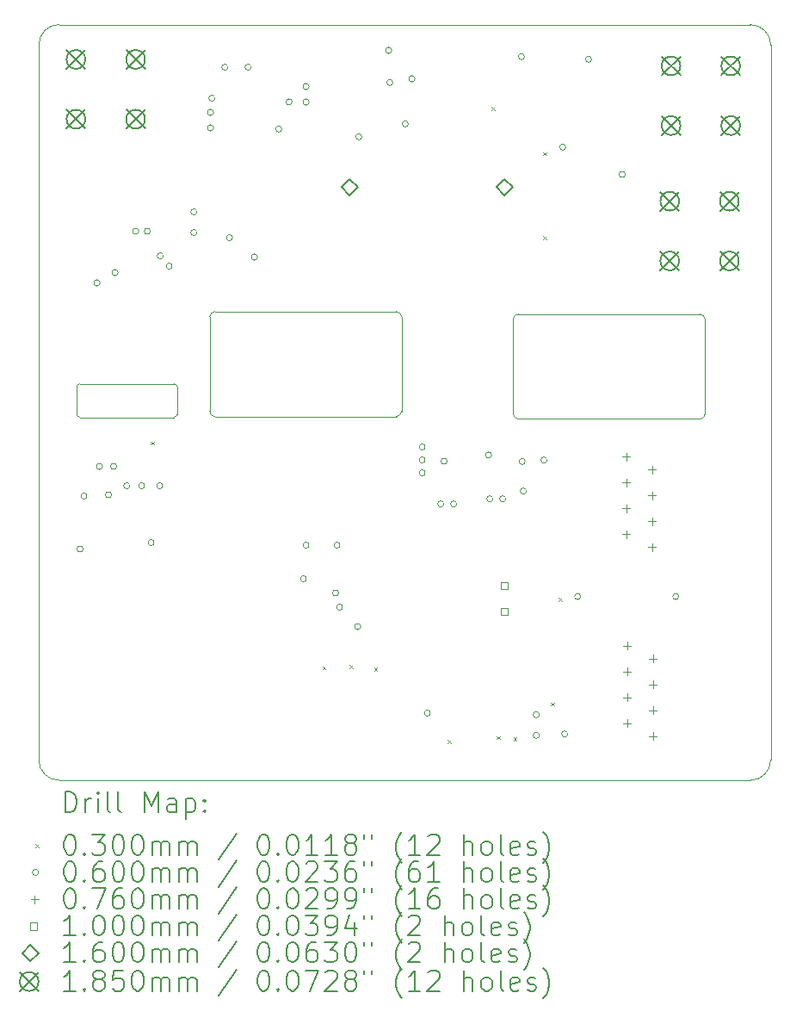
<source format=gbr>
%TF.GenerationSoftware,KiCad,Pcbnew,8.0.7*%
%TF.CreationDate,2025-03-13T19:28:36-05:00*%
%TF.ProjectId,motorboard,6d6f746f-7262-46f6-9172-642e6b696361,rev?*%
%TF.SameCoordinates,Original*%
%TF.FileFunction,Drillmap*%
%TF.FilePolarity,Positive*%
%FSLAX45Y45*%
G04 Gerber Fmt 4.5, Leading zero omitted, Abs format (unit mm)*
G04 Created by KiCad (PCBNEW 8.0.7) date 2025-03-13 19:28:36*
%MOMM*%
%LPD*%
G01*
G04 APERTURE LIST*
%ADD10C,0.050000*%
%ADD11C,0.200000*%
%ADD12C,0.100000*%
%ADD13C,0.160000*%
%ADD14C,0.185000*%
G04 APERTURE END LIST*
D10*
X12106800Y-9531900D02*
G75*
G02*
X12136800Y-9561900I0J-30000D01*
G01*
X15445200Y-9828600D02*
X15445200Y-8898400D01*
X17977600Y-7039500D02*
X17977600Y-6201200D01*
X10776700Y-6201200D02*
G75*
G02*
X10976700Y-6001200I200000J0D01*
G01*
X10776700Y-7039500D02*
X10776700Y-6201200D01*
X10776700Y-13230800D02*
X10776700Y-7039500D01*
X12136800Y-9561900D02*
X12136800Y-9832100D01*
X11180400Y-9531900D02*
X12106800Y-9531900D01*
X12508400Y-9853700D02*
G75*
G02*
X12458400Y-9803700I0J50000D01*
G01*
X10976700Y-13430800D02*
G75*
G02*
X10776700Y-13230800I0J200000D01*
G01*
X12508400Y-8823500D02*
X14294800Y-8823500D01*
X14294800Y-9853700D02*
X12508400Y-9853700D01*
X11180400Y-9862100D02*
G75*
G02*
X11150400Y-9832100I0J30000D01*
G01*
X17777600Y-6001200D02*
G75*
G02*
X17977600Y-6201200I0J-200000D01*
G01*
X17331600Y-9828600D02*
G75*
G02*
X17281600Y-9878600I-50000J0D01*
G01*
X14344800Y-8873500D02*
X14344800Y-9803700D01*
X14294800Y-8823500D02*
G75*
G02*
X14344800Y-8873500I0J-50000D01*
G01*
X15495200Y-9878600D02*
G75*
G02*
X15445200Y-9828600I0J50000D01*
G01*
X15445200Y-8898400D02*
G75*
G02*
X15495200Y-8848400I50000J0D01*
G01*
X17331600Y-8898400D02*
X17331600Y-9828600D01*
X17777600Y-13430800D02*
X10976700Y-13430800D01*
X12458400Y-9803700D02*
X12458400Y-8873500D01*
X12106800Y-9862100D02*
X11180400Y-9862100D01*
X10976700Y-6001200D02*
X17777600Y-6001200D01*
X15495200Y-8848400D02*
X17281600Y-8848400D01*
X17977600Y-13230800D02*
G75*
G02*
X17777600Y-13430800I-200000J0D01*
G01*
X17281600Y-8848400D02*
G75*
G02*
X17331600Y-8898400I0J-50000D01*
G01*
X11150400Y-9561900D02*
G75*
G02*
X11180400Y-9531900I30000J0D01*
G01*
X12458400Y-8873500D02*
G75*
G02*
X12508400Y-8823500I50000J0D01*
G01*
X17977600Y-7039500D02*
X17977600Y-13230800D01*
X12136800Y-9832100D02*
G75*
G02*
X12106800Y-9862100I-30000J0D01*
G01*
X17281600Y-9878600D02*
X15495200Y-9878600D01*
X14344800Y-9803700D02*
G75*
G02*
X14294800Y-9853700I-50000J0D01*
G01*
X11150400Y-9832100D02*
X11150400Y-9561900D01*
D11*
D12*
X11879300Y-10101100D02*
X11909300Y-10131100D01*
X11909300Y-10101100D02*
X11879300Y-10131100D01*
X13568400Y-12310900D02*
X13598400Y-12340900D01*
X13598400Y-12310900D02*
X13568400Y-12340900D01*
X13835100Y-12298200D02*
X13865100Y-12328200D01*
X13865100Y-12298200D02*
X13835100Y-12328200D01*
X14076400Y-12323600D02*
X14106400Y-12353600D01*
X14106400Y-12323600D02*
X14076400Y-12353600D01*
X14800300Y-13034800D02*
X14830300Y-13064800D01*
X14830300Y-13034800D02*
X14800300Y-13064800D01*
X15232100Y-6811700D02*
X15262100Y-6841700D01*
X15262100Y-6811700D02*
X15232100Y-6841700D01*
X15282900Y-12996700D02*
X15312900Y-13026700D01*
X15312900Y-12996700D02*
X15282900Y-13026700D01*
X15448000Y-13009400D02*
X15478000Y-13039400D01*
X15478000Y-13009400D02*
X15448000Y-13039400D01*
X15740100Y-7256200D02*
X15770100Y-7286200D01*
X15770100Y-7256200D02*
X15740100Y-7286200D01*
X15740100Y-8081700D02*
X15770100Y-8111700D01*
X15770100Y-8081700D02*
X15740100Y-8111700D01*
X15816300Y-12666500D02*
X15846300Y-12696500D01*
X15846300Y-12666500D02*
X15816300Y-12696500D01*
X15892500Y-11637800D02*
X15922500Y-11667800D01*
X15922500Y-11637800D02*
X15892500Y-11667800D01*
X11213100Y-11157500D02*
G75*
G02*
X11153100Y-11157500I-30000J0D01*
G01*
X11153100Y-11157500D02*
G75*
G02*
X11213100Y-11157500I30000J0D01*
G01*
X11251200Y-10636800D02*
G75*
G02*
X11191200Y-10636800I-30000J0D01*
G01*
X11191200Y-10636800D02*
G75*
G02*
X11251200Y-10636800I30000J0D01*
G01*
X11378200Y-8541200D02*
G75*
G02*
X11318200Y-8541200I-30000J0D01*
G01*
X11318200Y-8541200D02*
G75*
G02*
X11378200Y-8541200I30000J0D01*
G01*
X11403600Y-10344700D02*
G75*
G02*
X11343600Y-10344700I-30000J0D01*
G01*
X11343600Y-10344700D02*
G75*
G02*
X11403600Y-10344700I30000J0D01*
G01*
X11492500Y-10624100D02*
G75*
G02*
X11432500Y-10624100I-30000J0D01*
G01*
X11432500Y-10624100D02*
G75*
G02*
X11492500Y-10624100I30000J0D01*
G01*
X11543300Y-10344700D02*
G75*
G02*
X11483300Y-10344700I-30000J0D01*
G01*
X11483300Y-10344700D02*
G75*
G02*
X11543300Y-10344700I30000J0D01*
G01*
X11556000Y-8439600D02*
G75*
G02*
X11496000Y-8439600I-30000J0D01*
G01*
X11496000Y-8439600D02*
G75*
G02*
X11556000Y-8439600I30000J0D01*
G01*
X11670300Y-10535200D02*
G75*
G02*
X11610300Y-10535200I-30000J0D01*
G01*
X11610300Y-10535200D02*
G75*
G02*
X11670300Y-10535200I30000J0D01*
G01*
X11759930Y-8033200D02*
G75*
G02*
X11699930Y-8033200I-30000J0D01*
G01*
X11699930Y-8033200D02*
G75*
G02*
X11759930Y-8033200I30000J0D01*
G01*
X11817926Y-10535200D02*
G75*
G02*
X11757926Y-10535200I-30000J0D01*
G01*
X11757926Y-10535200D02*
G75*
G02*
X11817926Y-10535200I30000J0D01*
G01*
X11874230Y-8033200D02*
G75*
G02*
X11814230Y-8033200I-30000J0D01*
G01*
X11814230Y-8033200D02*
G75*
G02*
X11874230Y-8033200I30000J0D01*
G01*
X11911600Y-11094000D02*
G75*
G02*
X11851600Y-11094000I-30000J0D01*
G01*
X11851600Y-11094000D02*
G75*
G02*
X11911600Y-11094000I30000J0D01*
G01*
X11996026Y-10535200D02*
G75*
G02*
X11936026Y-10535200I-30000J0D01*
G01*
X11936026Y-10535200D02*
G75*
G02*
X11996026Y-10535200I30000J0D01*
G01*
X12000500Y-8274500D02*
G75*
G02*
X11940500Y-8274500I-30000J0D01*
G01*
X11940500Y-8274500D02*
G75*
G02*
X12000500Y-8274500I30000J0D01*
G01*
X12089400Y-8376100D02*
G75*
G02*
X12029400Y-8376100I-30000J0D01*
G01*
X12029400Y-8376100D02*
G75*
G02*
X12089400Y-8376100I30000J0D01*
G01*
X12330700Y-7842700D02*
G75*
G02*
X12270700Y-7842700I-30000J0D01*
G01*
X12270700Y-7842700D02*
G75*
G02*
X12330700Y-7842700I30000J0D01*
G01*
X12330700Y-8045900D02*
G75*
G02*
X12270700Y-8045900I-30000J0D01*
G01*
X12270700Y-8045900D02*
G75*
G02*
X12330700Y-8045900I30000J0D01*
G01*
X12495800Y-6864800D02*
G75*
G02*
X12435800Y-6864800I-30000J0D01*
G01*
X12435800Y-6864800D02*
G75*
G02*
X12495800Y-6864800I30000J0D01*
G01*
X12495800Y-7017200D02*
G75*
G02*
X12435800Y-7017200I-30000J0D01*
G01*
X12435800Y-7017200D02*
G75*
G02*
X12495800Y-7017200I30000J0D01*
G01*
X12508500Y-6725100D02*
G75*
G02*
X12448500Y-6725100I-30000J0D01*
G01*
X12448500Y-6725100D02*
G75*
G02*
X12508500Y-6725100I30000J0D01*
G01*
X12635500Y-6420300D02*
G75*
G02*
X12575500Y-6420300I-30000J0D01*
G01*
X12575500Y-6420300D02*
G75*
G02*
X12635500Y-6420300I30000J0D01*
G01*
X12682875Y-8095745D02*
G75*
G02*
X12622875Y-8095745I-30000J0D01*
G01*
X12622875Y-8095745D02*
G75*
G02*
X12682875Y-8095745I30000J0D01*
G01*
X12864100Y-6420300D02*
G75*
G02*
X12804100Y-6420300I-30000J0D01*
G01*
X12804100Y-6420300D02*
G75*
G02*
X12864100Y-6420300I30000J0D01*
G01*
X12927600Y-8287200D02*
G75*
G02*
X12867600Y-8287200I-30000J0D01*
G01*
X12867600Y-8287200D02*
G75*
G02*
X12927600Y-8287200I30000J0D01*
G01*
X13167500Y-7028500D02*
G75*
G02*
X13107500Y-7028500I-30000J0D01*
G01*
X13107500Y-7028500D02*
G75*
G02*
X13167500Y-7028500I30000J0D01*
G01*
X13269100Y-6761800D02*
G75*
G02*
X13209100Y-6761800I-30000J0D01*
G01*
X13209100Y-6761800D02*
G75*
G02*
X13269100Y-6761800I30000J0D01*
G01*
X13410200Y-11449600D02*
G75*
G02*
X13350200Y-11449600I-30000J0D01*
G01*
X13350200Y-11449600D02*
G75*
G02*
X13410200Y-11449600I30000J0D01*
G01*
X13435600Y-6610800D02*
G75*
G02*
X13375600Y-6610800I-30000J0D01*
G01*
X13375600Y-6610800D02*
G75*
G02*
X13435600Y-6610800I30000J0D01*
G01*
X13435600Y-6763200D02*
G75*
G02*
X13375600Y-6763200I-30000J0D01*
G01*
X13375600Y-6763200D02*
G75*
G02*
X13435600Y-6763200I30000J0D01*
G01*
X13435600Y-11119400D02*
G75*
G02*
X13375600Y-11119400I-30000J0D01*
G01*
X13375600Y-11119400D02*
G75*
G02*
X13435600Y-11119400I30000J0D01*
G01*
X13727700Y-11589300D02*
G75*
G02*
X13667700Y-11589300I-30000J0D01*
G01*
X13667700Y-11589300D02*
G75*
G02*
X13727700Y-11589300I30000J0D01*
G01*
X13740400Y-11119400D02*
G75*
G02*
X13680400Y-11119400I-30000J0D01*
G01*
X13680400Y-11119400D02*
G75*
G02*
X13740400Y-11119400I30000J0D01*
G01*
X13765800Y-11729000D02*
G75*
G02*
X13705800Y-11729000I-30000J0D01*
G01*
X13705800Y-11729000D02*
G75*
G02*
X13765800Y-11729000I30000J0D01*
G01*
X13943600Y-11919500D02*
G75*
G02*
X13883600Y-11919500I-30000J0D01*
G01*
X13883600Y-11919500D02*
G75*
G02*
X13943600Y-11919500I30000J0D01*
G01*
X13954900Y-7104700D02*
G75*
G02*
X13894900Y-7104700I-30000J0D01*
G01*
X13894900Y-7104700D02*
G75*
G02*
X13954900Y-7104700I30000J0D01*
G01*
X14248400Y-6255200D02*
G75*
G02*
X14188400Y-6255200I-30000J0D01*
G01*
X14188400Y-6255200D02*
G75*
G02*
X14248400Y-6255200I30000J0D01*
G01*
X14259700Y-6570166D02*
G75*
G02*
X14199700Y-6570166I-30000J0D01*
G01*
X14199700Y-6570166D02*
G75*
G02*
X14259700Y-6570166I30000J0D01*
G01*
X14412100Y-6977700D02*
G75*
G02*
X14352100Y-6977700I-30000J0D01*
G01*
X14352100Y-6977700D02*
G75*
G02*
X14412100Y-6977700I30000J0D01*
G01*
X14477000Y-6534600D02*
G75*
G02*
X14417000Y-6534600I-30000J0D01*
G01*
X14417000Y-6534600D02*
G75*
G02*
X14477000Y-6534600I30000J0D01*
G01*
X14578600Y-10154200D02*
G75*
G02*
X14518600Y-10154200I-30000J0D01*
G01*
X14518600Y-10154200D02*
G75*
G02*
X14578600Y-10154200I30000J0D01*
G01*
X14578600Y-10281200D02*
G75*
G02*
X14518600Y-10281200I-30000J0D01*
G01*
X14518600Y-10281200D02*
G75*
G02*
X14578600Y-10281200I30000J0D01*
G01*
X14578600Y-10408200D02*
G75*
G02*
X14518600Y-10408200I-30000J0D01*
G01*
X14518600Y-10408200D02*
G75*
G02*
X14578600Y-10408200I30000J0D01*
G01*
X14629400Y-12770400D02*
G75*
G02*
X14569400Y-12770400I-30000J0D01*
G01*
X14569400Y-12770400D02*
G75*
G02*
X14629400Y-12770400I30000J0D01*
G01*
X14761480Y-10715070D02*
G75*
G02*
X14701480Y-10715070I-30000J0D01*
G01*
X14701480Y-10715070D02*
G75*
G02*
X14761480Y-10715070I30000J0D01*
G01*
X14794500Y-10293900D02*
G75*
G02*
X14734500Y-10293900I-30000J0D01*
G01*
X14734500Y-10293900D02*
G75*
G02*
X14794500Y-10293900I30000J0D01*
G01*
X14888480Y-10715070D02*
G75*
G02*
X14828480Y-10715070I-30000J0D01*
G01*
X14828480Y-10715070D02*
G75*
G02*
X14888480Y-10715070I30000J0D01*
G01*
X15231380Y-10232470D02*
G75*
G02*
X15171380Y-10232470I-30000J0D01*
G01*
X15171380Y-10232470D02*
G75*
G02*
X15231380Y-10232470I30000J0D01*
G01*
X15244080Y-10664270D02*
G75*
G02*
X15184080Y-10664270I-30000J0D01*
G01*
X15184080Y-10664270D02*
G75*
G02*
X15244080Y-10664270I30000J0D01*
G01*
X15371080Y-10664270D02*
G75*
G02*
X15311080Y-10664270I-30000J0D01*
G01*
X15311080Y-10664270D02*
G75*
G02*
X15371080Y-10664270I30000J0D01*
G01*
X15555100Y-6317300D02*
G75*
G02*
X15495100Y-6317300I-30000J0D01*
G01*
X15495100Y-6317300D02*
G75*
G02*
X15555100Y-6317300I30000J0D01*
G01*
X15561580Y-10295970D02*
G75*
G02*
X15501580Y-10295970I-30000J0D01*
G01*
X15501580Y-10295970D02*
G75*
G02*
X15561580Y-10295970I30000J0D01*
G01*
X15574280Y-10588070D02*
G75*
G02*
X15514280Y-10588070I-30000J0D01*
G01*
X15514280Y-10588070D02*
G75*
G02*
X15574280Y-10588070I30000J0D01*
G01*
X15701280Y-12785170D02*
G75*
G02*
X15641280Y-12785170I-30000J0D01*
G01*
X15641280Y-12785170D02*
G75*
G02*
X15701280Y-12785170I30000J0D01*
G01*
X15701280Y-12988370D02*
G75*
G02*
X15641280Y-12988370I-30000J0D01*
G01*
X15641280Y-12988370D02*
G75*
G02*
X15701280Y-12988370I30000J0D01*
G01*
X15777480Y-10283270D02*
G75*
G02*
X15717480Y-10283270I-30000J0D01*
G01*
X15717480Y-10283270D02*
G75*
G02*
X15777480Y-10283270I30000J0D01*
G01*
X15961500Y-7206300D02*
G75*
G02*
X15901500Y-7206300I-30000J0D01*
G01*
X15901500Y-7206300D02*
G75*
G02*
X15961500Y-7206300I30000J0D01*
G01*
X15980680Y-12975670D02*
G75*
G02*
X15920680Y-12975670I-30000J0D01*
G01*
X15920680Y-12975670D02*
G75*
G02*
X15980680Y-12975670I30000J0D01*
G01*
X16107680Y-11624200D02*
G75*
G02*
X16047680Y-11624200I-30000J0D01*
G01*
X16047680Y-11624200D02*
G75*
G02*
X16107680Y-11624200I30000J0D01*
G01*
X16215500Y-6342700D02*
G75*
G02*
X16155500Y-6342700I-30000J0D01*
G01*
X16155500Y-6342700D02*
G75*
G02*
X16215500Y-6342700I30000J0D01*
G01*
X16547100Y-7474400D02*
G75*
G02*
X16487100Y-7474400I-30000J0D01*
G01*
X16487100Y-7474400D02*
G75*
G02*
X16547100Y-7474400I30000J0D01*
G01*
X17072880Y-11624200D02*
G75*
G02*
X17012880Y-11624200I-30000J0D01*
G01*
X17012880Y-11624200D02*
G75*
G02*
X17072880Y-11624200I30000J0D01*
G01*
X16558280Y-10211050D02*
X16558280Y-10287050D01*
X16520280Y-10249050D02*
X16596280Y-10249050D01*
X16558280Y-10465050D02*
X16558280Y-10541050D01*
X16520280Y-10503050D02*
X16596280Y-10503050D01*
X16558280Y-10719050D02*
X16558280Y-10795050D01*
X16520280Y-10757050D02*
X16596280Y-10757050D01*
X16558280Y-10973050D02*
X16558280Y-11049050D01*
X16520280Y-11011050D02*
X16596280Y-11011050D01*
X16565900Y-12068450D02*
X16565900Y-12144450D01*
X16527900Y-12106450D02*
X16603900Y-12106450D01*
X16565900Y-12322450D02*
X16565900Y-12398450D01*
X16527900Y-12360450D02*
X16603900Y-12360450D01*
X16565900Y-12576450D02*
X16565900Y-12652450D01*
X16527900Y-12614450D02*
X16603900Y-12614450D01*
X16565900Y-12830450D02*
X16565900Y-12906450D01*
X16527900Y-12868450D02*
X16603900Y-12868450D01*
X16812280Y-10338050D02*
X16812280Y-10414050D01*
X16774280Y-10376050D02*
X16850280Y-10376050D01*
X16812280Y-10592050D02*
X16812280Y-10668050D01*
X16774280Y-10630050D02*
X16850280Y-10630050D01*
X16812280Y-10846050D02*
X16812280Y-10922050D01*
X16774280Y-10884050D02*
X16850280Y-10884050D01*
X16812280Y-11100050D02*
X16812280Y-11176050D01*
X16774280Y-11138050D02*
X16850280Y-11138050D01*
X16819900Y-12195450D02*
X16819900Y-12271450D01*
X16781900Y-12233450D02*
X16857900Y-12233450D01*
X16819900Y-12449450D02*
X16819900Y-12525450D01*
X16781900Y-12487450D02*
X16857900Y-12487450D01*
X16819900Y-12703450D02*
X16819900Y-12779450D01*
X16781900Y-12741450D02*
X16857900Y-12741450D01*
X16819900Y-12957450D02*
X16819900Y-13033450D01*
X16781900Y-12995450D02*
X16857900Y-12995450D01*
X15390356Y-11554776D02*
X15390356Y-11484064D01*
X15319644Y-11484064D01*
X15319644Y-11554776D01*
X15390356Y-11554776D01*
X15390356Y-11808776D02*
X15390356Y-11738064D01*
X15319644Y-11738064D01*
X15319644Y-11808776D01*
X15390356Y-11808776D01*
D13*
X13836000Y-7680000D02*
X13916000Y-7600000D01*
X13836000Y-7520000D01*
X13756000Y-7600000D01*
X13836000Y-7680000D01*
X15360000Y-7680000D02*
X15440000Y-7600000D01*
X15360000Y-7520000D01*
X15280000Y-7600000D01*
X15360000Y-7680000D01*
D14*
X11049700Y-6251600D02*
X11234700Y-6436600D01*
X11234700Y-6251600D02*
X11049700Y-6436600D01*
X11234700Y-6344100D02*
G75*
G02*
X11049700Y-6344100I-92500J0D01*
G01*
X11049700Y-6344100D02*
G75*
G02*
X11234700Y-6344100I92500J0D01*
G01*
X11049700Y-6838600D02*
X11234700Y-7023600D01*
X11234700Y-6838600D02*
X11049700Y-7023600D01*
X11234700Y-6931100D02*
G75*
G02*
X11049700Y-6931100I-92500J0D01*
G01*
X11049700Y-6931100D02*
G75*
G02*
X11234700Y-6931100I92500J0D01*
G01*
X11636700Y-6251600D02*
X11821700Y-6436600D01*
X11821700Y-6251600D02*
X11636700Y-6436600D01*
X11821700Y-6344100D02*
G75*
G02*
X11636700Y-6344100I-92500J0D01*
G01*
X11636700Y-6344100D02*
G75*
G02*
X11821700Y-6344100I92500J0D01*
G01*
X11636700Y-6838600D02*
X11821700Y-7023600D01*
X11821700Y-6838600D02*
X11636700Y-7023600D01*
X11821700Y-6931100D02*
G75*
G02*
X11636700Y-6931100I-92500J0D01*
G01*
X11636700Y-6931100D02*
G75*
G02*
X11821700Y-6931100I92500J0D01*
G01*
X16891700Y-7645800D02*
X17076700Y-7830800D01*
X17076700Y-7645800D02*
X16891700Y-7830800D01*
X17076700Y-7738300D02*
G75*
G02*
X16891700Y-7738300I-92500J0D01*
G01*
X16891700Y-7738300D02*
G75*
G02*
X17076700Y-7738300I92500J0D01*
G01*
X16891700Y-8232800D02*
X17076700Y-8417800D01*
X17076700Y-8232800D02*
X16891700Y-8417800D01*
X17076700Y-8325300D02*
G75*
G02*
X16891700Y-8325300I-92500J0D01*
G01*
X16891700Y-8325300D02*
G75*
G02*
X17076700Y-8325300I92500J0D01*
G01*
X16904400Y-6315100D02*
X17089400Y-6500100D01*
X17089400Y-6315100D02*
X16904400Y-6500100D01*
X17089400Y-6407600D02*
G75*
G02*
X16904400Y-6407600I-92500J0D01*
G01*
X16904400Y-6407600D02*
G75*
G02*
X17089400Y-6407600I92500J0D01*
G01*
X16904400Y-6902100D02*
X17089400Y-7087100D01*
X17089400Y-6902100D02*
X16904400Y-7087100D01*
X17089400Y-6994600D02*
G75*
G02*
X16904400Y-6994600I-92500J0D01*
G01*
X16904400Y-6994600D02*
G75*
G02*
X17089400Y-6994600I92500J0D01*
G01*
X17478700Y-7645800D02*
X17663700Y-7830800D01*
X17663700Y-7645800D02*
X17478700Y-7830800D01*
X17663700Y-7738300D02*
G75*
G02*
X17478700Y-7738300I-92500J0D01*
G01*
X17478700Y-7738300D02*
G75*
G02*
X17663700Y-7738300I92500J0D01*
G01*
X17478700Y-8232800D02*
X17663700Y-8417800D01*
X17663700Y-8232800D02*
X17478700Y-8417800D01*
X17663700Y-8325300D02*
G75*
G02*
X17478700Y-8325300I-92500J0D01*
G01*
X17478700Y-8325300D02*
G75*
G02*
X17663700Y-8325300I92500J0D01*
G01*
X17491400Y-6315100D02*
X17676400Y-6500100D01*
X17676400Y-6315100D02*
X17491400Y-6500100D01*
X17676400Y-6407600D02*
G75*
G02*
X17491400Y-6407600I-92500J0D01*
G01*
X17491400Y-6407600D02*
G75*
G02*
X17676400Y-6407600I92500J0D01*
G01*
X17491400Y-6902100D02*
X17676400Y-7087100D01*
X17676400Y-6902100D02*
X17491400Y-7087100D01*
X17676400Y-6994600D02*
G75*
G02*
X17491400Y-6994600I-92500J0D01*
G01*
X17491400Y-6994600D02*
G75*
G02*
X17676400Y-6994600I92500J0D01*
G01*
D11*
X11034977Y-13744784D02*
X11034977Y-13544784D01*
X11034977Y-13544784D02*
X11082596Y-13544784D01*
X11082596Y-13544784D02*
X11111167Y-13554308D01*
X11111167Y-13554308D02*
X11130215Y-13573355D01*
X11130215Y-13573355D02*
X11139739Y-13592403D01*
X11139739Y-13592403D02*
X11149263Y-13630498D01*
X11149263Y-13630498D02*
X11149263Y-13659069D01*
X11149263Y-13659069D02*
X11139739Y-13697165D01*
X11139739Y-13697165D02*
X11130215Y-13716212D01*
X11130215Y-13716212D02*
X11111167Y-13735260D01*
X11111167Y-13735260D02*
X11082596Y-13744784D01*
X11082596Y-13744784D02*
X11034977Y-13744784D01*
X11234977Y-13744784D02*
X11234977Y-13611450D01*
X11234977Y-13649546D02*
X11244501Y-13630498D01*
X11244501Y-13630498D02*
X11254024Y-13620974D01*
X11254024Y-13620974D02*
X11273072Y-13611450D01*
X11273072Y-13611450D02*
X11292120Y-13611450D01*
X11358786Y-13744784D02*
X11358786Y-13611450D01*
X11358786Y-13544784D02*
X11349262Y-13554308D01*
X11349262Y-13554308D02*
X11358786Y-13563831D01*
X11358786Y-13563831D02*
X11368310Y-13554308D01*
X11368310Y-13554308D02*
X11358786Y-13544784D01*
X11358786Y-13544784D02*
X11358786Y-13563831D01*
X11482596Y-13744784D02*
X11463548Y-13735260D01*
X11463548Y-13735260D02*
X11454024Y-13716212D01*
X11454024Y-13716212D02*
X11454024Y-13544784D01*
X11587358Y-13744784D02*
X11568310Y-13735260D01*
X11568310Y-13735260D02*
X11558786Y-13716212D01*
X11558786Y-13716212D02*
X11558786Y-13544784D01*
X11815929Y-13744784D02*
X11815929Y-13544784D01*
X11815929Y-13544784D02*
X11882596Y-13687641D01*
X11882596Y-13687641D02*
X11949262Y-13544784D01*
X11949262Y-13544784D02*
X11949262Y-13744784D01*
X12130215Y-13744784D02*
X12130215Y-13640022D01*
X12130215Y-13640022D02*
X12120691Y-13620974D01*
X12120691Y-13620974D02*
X12101643Y-13611450D01*
X12101643Y-13611450D02*
X12063548Y-13611450D01*
X12063548Y-13611450D02*
X12044501Y-13620974D01*
X12130215Y-13735260D02*
X12111167Y-13744784D01*
X12111167Y-13744784D02*
X12063548Y-13744784D01*
X12063548Y-13744784D02*
X12044501Y-13735260D01*
X12044501Y-13735260D02*
X12034977Y-13716212D01*
X12034977Y-13716212D02*
X12034977Y-13697165D01*
X12034977Y-13697165D02*
X12044501Y-13678117D01*
X12044501Y-13678117D02*
X12063548Y-13668593D01*
X12063548Y-13668593D02*
X12111167Y-13668593D01*
X12111167Y-13668593D02*
X12130215Y-13659069D01*
X12225453Y-13611450D02*
X12225453Y-13811450D01*
X12225453Y-13620974D02*
X12244501Y-13611450D01*
X12244501Y-13611450D02*
X12282596Y-13611450D01*
X12282596Y-13611450D02*
X12301643Y-13620974D01*
X12301643Y-13620974D02*
X12311167Y-13630498D01*
X12311167Y-13630498D02*
X12320691Y-13649546D01*
X12320691Y-13649546D02*
X12320691Y-13706688D01*
X12320691Y-13706688D02*
X12311167Y-13725736D01*
X12311167Y-13725736D02*
X12301643Y-13735260D01*
X12301643Y-13735260D02*
X12282596Y-13744784D01*
X12282596Y-13744784D02*
X12244501Y-13744784D01*
X12244501Y-13744784D02*
X12225453Y-13735260D01*
X12406405Y-13725736D02*
X12415929Y-13735260D01*
X12415929Y-13735260D02*
X12406405Y-13744784D01*
X12406405Y-13744784D02*
X12396882Y-13735260D01*
X12396882Y-13735260D02*
X12406405Y-13725736D01*
X12406405Y-13725736D02*
X12406405Y-13744784D01*
X12406405Y-13620974D02*
X12415929Y-13630498D01*
X12415929Y-13630498D02*
X12406405Y-13640022D01*
X12406405Y-13640022D02*
X12396882Y-13630498D01*
X12396882Y-13630498D02*
X12406405Y-13620974D01*
X12406405Y-13620974D02*
X12406405Y-13640022D01*
D12*
X10744200Y-14058300D02*
X10774200Y-14088300D01*
X10774200Y-14058300D02*
X10744200Y-14088300D01*
D11*
X11073072Y-13964784D02*
X11092120Y-13964784D01*
X11092120Y-13964784D02*
X11111167Y-13974308D01*
X11111167Y-13974308D02*
X11120691Y-13983831D01*
X11120691Y-13983831D02*
X11130215Y-14002879D01*
X11130215Y-14002879D02*
X11139739Y-14040974D01*
X11139739Y-14040974D02*
X11139739Y-14088593D01*
X11139739Y-14088593D02*
X11130215Y-14126688D01*
X11130215Y-14126688D02*
X11120691Y-14145736D01*
X11120691Y-14145736D02*
X11111167Y-14155260D01*
X11111167Y-14155260D02*
X11092120Y-14164784D01*
X11092120Y-14164784D02*
X11073072Y-14164784D01*
X11073072Y-14164784D02*
X11054024Y-14155260D01*
X11054024Y-14155260D02*
X11044501Y-14145736D01*
X11044501Y-14145736D02*
X11034977Y-14126688D01*
X11034977Y-14126688D02*
X11025453Y-14088593D01*
X11025453Y-14088593D02*
X11025453Y-14040974D01*
X11025453Y-14040974D02*
X11034977Y-14002879D01*
X11034977Y-14002879D02*
X11044501Y-13983831D01*
X11044501Y-13983831D02*
X11054024Y-13974308D01*
X11054024Y-13974308D02*
X11073072Y-13964784D01*
X11225453Y-14145736D02*
X11234977Y-14155260D01*
X11234977Y-14155260D02*
X11225453Y-14164784D01*
X11225453Y-14164784D02*
X11215929Y-14155260D01*
X11215929Y-14155260D02*
X11225453Y-14145736D01*
X11225453Y-14145736D02*
X11225453Y-14164784D01*
X11301643Y-13964784D02*
X11425453Y-13964784D01*
X11425453Y-13964784D02*
X11358786Y-14040974D01*
X11358786Y-14040974D02*
X11387358Y-14040974D01*
X11387358Y-14040974D02*
X11406405Y-14050498D01*
X11406405Y-14050498D02*
X11415929Y-14060022D01*
X11415929Y-14060022D02*
X11425453Y-14079069D01*
X11425453Y-14079069D02*
X11425453Y-14126688D01*
X11425453Y-14126688D02*
X11415929Y-14145736D01*
X11415929Y-14145736D02*
X11406405Y-14155260D01*
X11406405Y-14155260D02*
X11387358Y-14164784D01*
X11387358Y-14164784D02*
X11330215Y-14164784D01*
X11330215Y-14164784D02*
X11311167Y-14155260D01*
X11311167Y-14155260D02*
X11301643Y-14145736D01*
X11549262Y-13964784D02*
X11568310Y-13964784D01*
X11568310Y-13964784D02*
X11587358Y-13974308D01*
X11587358Y-13974308D02*
X11596882Y-13983831D01*
X11596882Y-13983831D02*
X11606405Y-14002879D01*
X11606405Y-14002879D02*
X11615929Y-14040974D01*
X11615929Y-14040974D02*
X11615929Y-14088593D01*
X11615929Y-14088593D02*
X11606405Y-14126688D01*
X11606405Y-14126688D02*
X11596882Y-14145736D01*
X11596882Y-14145736D02*
X11587358Y-14155260D01*
X11587358Y-14155260D02*
X11568310Y-14164784D01*
X11568310Y-14164784D02*
X11549262Y-14164784D01*
X11549262Y-14164784D02*
X11530215Y-14155260D01*
X11530215Y-14155260D02*
X11520691Y-14145736D01*
X11520691Y-14145736D02*
X11511167Y-14126688D01*
X11511167Y-14126688D02*
X11501643Y-14088593D01*
X11501643Y-14088593D02*
X11501643Y-14040974D01*
X11501643Y-14040974D02*
X11511167Y-14002879D01*
X11511167Y-14002879D02*
X11520691Y-13983831D01*
X11520691Y-13983831D02*
X11530215Y-13974308D01*
X11530215Y-13974308D02*
X11549262Y-13964784D01*
X11739739Y-13964784D02*
X11758786Y-13964784D01*
X11758786Y-13964784D02*
X11777834Y-13974308D01*
X11777834Y-13974308D02*
X11787358Y-13983831D01*
X11787358Y-13983831D02*
X11796882Y-14002879D01*
X11796882Y-14002879D02*
X11806405Y-14040974D01*
X11806405Y-14040974D02*
X11806405Y-14088593D01*
X11806405Y-14088593D02*
X11796882Y-14126688D01*
X11796882Y-14126688D02*
X11787358Y-14145736D01*
X11787358Y-14145736D02*
X11777834Y-14155260D01*
X11777834Y-14155260D02*
X11758786Y-14164784D01*
X11758786Y-14164784D02*
X11739739Y-14164784D01*
X11739739Y-14164784D02*
X11720691Y-14155260D01*
X11720691Y-14155260D02*
X11711167Y-14145736D01*
X11711167Y-14145736D02*
X11701643Y-14126688D01*
X11701643Y-14126688D02*
X11692120Y-14088593D01*
X11692120Y-14088593D02*
X11692120Y-14040974D01*
X11692120Y-14040974D02*
X11701643Y-14002879D01*
X11701643Y-14002879D02*
X11711167Y-13983831D01*
X11711167Y-13983831D02*
X11720691Y-13974308D01*
X11720691Y-13974308D02*
X11739739Y-13964784D01*
X11892120Y-14164784D02*
X11892120Y-14031450D01*
X11892120Y-14050498D02*
X11901643Y-14040974D01*
X11901643Y-14040974D02*
X11920691Y-14031450D01*
X11920691Y-14031450D02*
X11949263Y-14031450D01*
X11949263Y-14031450D02*
X11968310Y-14040974D01*
X11968310Y-14040974D02*
X11977834Y-14060022D01*
X11977834Y-14060022D02*
X11977834Y-14164784D01*
X11977834Y-14060022D02*
X11987358Y-14040974D01*
X11987358Y-14040974D02*
X12006405Y-14031450D01*
X12006405Y-14031450D02*
X12034977Y-14031450D01*
X12034977Y-14031450D02*
X12054024Y-14040974D01*
X12054024Y-14040974D02*
X12063548Y-14060022D01*
X12063548Y-14060022D02*
X12063548Y-14164784D01*
X12158786Y-14164784D02*
X12158786Y-14031450D01*
X12158786Y-14050498D02*
X12168310Y-14040974D01*
X12168310Y-14040974D02*
X12187358Y-14031450D01*
X12187358Y-14031450D02*
X12215929Y-14031450D01*
X12215929Y-14031450D02*
X12234977Y-14040974D01*
X12234977Y-14040974D02*
X12244501Y-14060022D01*
X12244501Y-14060022D02*
X12244501Y-14164784D01*
X12244501Y-14060022D02*
X12254024Y-14040974D01*
X12254024Y-14040974D02*
X12273072Y-14031450D01*
X12273072Y-14031450D02*
X12301643Y-14031450D01*
X12301643Y-14031450D02*
X12320691Y-14040974D01*
X12320691Y-14040974D02*
X12330215Y-14060022D01*
X12330215Y-14060022D02*
X12330215Y-14164784D01*
X12720691Y-13955260D02*
X12549263Y-14212403D01*
X12977834Y-13964784D02*
X12996882Y-13964784D01*
X12996882Y-13964784D02*
X13015929Y-13974308D01*
X13015929Y-13974308D02*
X13025453Y-13983831D01*
X13025453Y-13983831D02*
X13034977Y-14002879D01*
X13034977Y-14002879D02*
X13044501Y-14040974D01*
X13044501Y-14040974D02*
X13044501Y-14088593D01*
X13044501Y-14088593D02*
X13034977Y-14126688D01*
X13034977Y-14126688D02*
X13025453Y-14145736D01*
X13025453Y-14145736D02*
X13015929Y-14155260D01*
X13015929Y-14155260D02*
X12996882Y-14164784D01*
X12996882Y-14164784D02*
X12977834Y-14164784D01*
X12977834Y-14164784D02*
X12958786Y-14155260D01*
X12958786Y-14155260D02*
X12949263Y-14145736D01*
X12949263Y-14145736D02*
X12939739Y-14126688D01*
X12939739Y-14126688D02*
X12930215Y-14088593D01*
X12930215Y-14088593D02*
X12930215Y-14040974D01*
X12930215Y-14040974D02*
X12939739Y-14002879D01*
X12939739Y-14002879D02*
X12949263Y-13983831D01*
X12949263Y-13983831D02*
X12958786Y-13974308D01*
X12958786Y-13974308D02*
X12977834Y-13964784D01*
X13130215Y-14145736D02*
X13139739Y-14155260D01*
X13139739Y-14155260D02*
X13130215Y-14164784D01*
X13130215Y-14164784D02*
X13120691Y-14155260D01*
X13120691Y-14155260D02*
X13130215Y-14145736D01*
X13130215Y-14145736D02*
X13130215Y-14164784D01*
X13263548Y-13964784D02*
X13282596Y-13964784D01*
X13282596Y-13964784D02*
X13301644Y-13974308D01*
X13301644Y-13974308D02*
X13311167Y-13983831D01*
X13311167Y-13983831D02*
X13320691Y-14002879D01*
X13320691Y-14002879D02*
X13330215Y-14040974D01*
X13330215Y-14040974D02*
X13330215Y-14088593D01*
X13330215Y-14088593D02*
X13320691Y-14126688D01*
X13320691Y-14126688D02*
X13311167Y-14145736D01*
X13311167Y-14145736D02*
X13301644Y-14155260D01*
X13301644Y-14155260D02*
X13282596Y-14164784D01*
X13282596Y-14164784D02*
X13263548Y-14164784D01*
X13263548Y-14164784D02*
X13244501Y-14155260D01*
X13244501Y-14155260D02*
X13234977Y-14145736D01*
X13234977Y-14145736D02*
X13225453Y-14126688D01*
X13225453Y-14126688D02*
X13215929Y-14088593D01*
X13215929Y-14088593D02*
X13215929Y-14040974D01*
X13215929Y-14040974D02*
X13225453Y-14002879D01*
X13225453Y-14002879D02*
X13234977Y-13983831D01*
X13234977Y-13983831D02*
X13244501Y-13974308D01*
X13244501Y-13974308D02*
X13263548Y-13964784D01*
X13520691Y-14164784D02*
X13406406Y-14164784D01*
X13463548Y-14164784D02*
X13463548Y-13964784D01*
X13463548Y-13964784D02*
X13444501Y-13993355D01*
X13444501Y-13993355D02*
X13425453Y-14012403D01*
X13425453Y-14012403D02*
X13406406Y-14021927D01*
X13711167Y-14164784D02*
X13596882Y-14164784D01*
X13654025Y-14164784D02*
X13654025Y-13964784D01*
X13654025Y-13964784D02*
X13634977Y-13993355D01*
X13634977Y-13993355D02*
X13615929Y-14012403D01*
X13615929Y-14012403D02*
X13596882Y-14021927D01*
X13825453Y-14050498D02*
X13806406Y-14040974D01*
X13806406Y-14040974D02*
X13796882Y-14031450D01*
X13796882Y-14031450D02*
X13787358Y-14012403D01*
X13787358Y-14012403D02*
X13787358Y-14002879D01*
X13787358Y-14002879D02*
X13796882Y-13983831D01*
X13796882Y-13983831D02*
X13806406Y-13974308D01*
X13806406Y-13974308D02*
X13825453Y-13964784D01*
X13825453Y-13964784D02*
X13863548Y-13964784D01*
X13863548Y-13964784D02*
X13882596Y-13974308D01*
X13882596Y-13974308D02*
X13892120Y-13983831D01*
X13892120Y-13983831D02*
X13901644Y-14002879D01*
X13901644Y-14002879D02*
X13901644Y-14012403D01*
X13901644Y-14012403D02*
X13892120Y-14031450D01*
X13892120Y-14031450D02*
X13882596Y-14040974D01*
X13882596Y-14040974D02*
X13863548Y-14050498D01*
X13863548Y-14050498D02*
X13825453Y-14050498D01*
X13825453Y-14050498D02*
X13806406Y-14060022D01*
X13806406Y-14060022D02*
X13796882Y-14069546D01*
X13796882Y-14069546D02*
X13787358Y-14088593D01*
X13787358Y-14088593D02*
X13787358Y-14126688D01*
X13787358Y-14126688D02*
X13796882Y-14145736D01*
X13796882Y-14145736D02*
X13806406Y-14155260D01*
X13806406Y-14155260D02*
X13825453Y-14164784D01*
X13825453Y-14164784D02*
X13863548Y-14164784D01*
X13863548Y-14164784D02*
X13882596Y-14155260D01*
X13882596Y-14155260D02*
X13892120Y-14145736D01*
X13892120Y-14145736D02*
X13901644Y-14126688D01*
X13901644Y-14126688D02*
X13901644Y-14088593D01*
X13901644Y-14088593D02*
X13892120Y-14069546D01*
X13892120Y-14069546D02*
X13882596Y-14060022D01*
X13882596Y-14060022D02*
X13863548Y-14050498D01*
X13977834Y-13964784D02*
X13977834Y-14002879D01*
X14054025Y-13964784D02*
X14054025Y-14002879D01*
X14349263Y-14240974D02*
X14339739Y-14231450D01*
X14339739Y-14231450D02*
X14320691Y-14202879D01*
X14320691Y-14202879D02*
X14311168Y-14183831D01*
X14311168Y-14183831D02*
X14301644Y-14155260D01*
X14301644Y-14155260D02*
X14292120Y-14107641D01*
X14292120Y-14107641D02*
X14292120Y-14069546D01*
X14292120Y-14069546D02*
X14301644Y-14021927D01*
X14301644Y-14021927D02*
X14311168Y-13993355D01*
X14311168Y-13993355D02*
X14320691Y-13974308D01*
X14320691Y-13974308D02*
X14339739Y-13945736D01*
X14339739Y-13945736D02*
X14349263Y-13936212D01*
X14530215Y-14164784D02*
X14415929Y-14164784D01*
X14473072Y-14164784D02*
X14473072Y-13964784D01*
X14473072Y-13964784D02*
X14454025Y-13993355D01*
X14454025Y-13993355D02*
X14434977Y-14012403D01*
X14434977Y-14012403D02*
X14415929Y-14021927D01*
X14606406Y-13983831D02*
X14615929Y-13974308D01*
X14615929Y-13974308D02*
X14634977Y-13964784D01*
X14634977Y-13964784D02*
X14682596Y-13964784D01*
X14682596Y-13964784D02*
X14701644Y-13974308D01*
X14701644Y-13974308D02*
X14711168Y-13983831D01*
X14711168Y-13983831D02*
X14720691Y-14002879D01*
X14720691Y-14002879D02*
X14720691Y-14021927D01*
X14720691Y-14021927D02*
X14711168Y-14050498D01*
X14711168Y-14050498D02*
X14596882Y-14164784D01*
X14596882Y-14164784D02*
X14720691Y-14164784D01*
X14958787Y-14164784D02*
X14958787Y-13964784D01*
X15044501Y-14164784D02*
X15044501Y-14060022D01*
X15044501Y-14060022D02*
X15034977Y-14040974D01*
X15034977Y-14040974D02*
X15015930Y-14031450D01*
X15015930Y-14031450D02*
X14987358Y-14031450D01*
X14987358Y-14031450D02*
X14968310Y-14040974D01*
X14968310Y-14040974D02*
X14958787Y-14050498D01*
X15168310Y-14164784D02*
X15149263Y-14155260D01*
X15149263Y-14155260D02*
X15139739Y-14145736D01*
X15139739Y-14145736D02*
X15130215Y-14126688D01*
X15130215Y-14126688D02*
X15130215Y-14069546D01*
X15130215Y-14069546D02*
X15139739Y-14050498D01*
X15139739Y-14050498D02*
X15149263Y-14040974D01*
X15149263Y-14040974D02*
X15168310Y-14031450D01*
X15168310Y-14031450D02*
X15196882Y-14031450D01*
X15196882Y-14031450D02*
X15215930Y-14040974D01*
X15215930Y-14040974D02*
X15225453Y-14050498D01*
X15225453Y-14050498D02*
X15234977Y-14069546D01*
X15234977Y-14069546D02*
X15234977Y-14126688D01*
X15234977Y-14126688D02*
X15225453Y-14145736D01*
X15225453Y-14145736D02*
X15215930Y-14155260D01*
X15215930Y-14155260D02*
X15196882Y-14164784D01*
X15196882Y-14164784D02*
X15168310Y-14164784D01*
X15349263Y-14164784D02*
X15330215Y-14155260D01*
X15330215Y-14155260D02*
X15320691Y-14136212D01*
X15320691Y-14136212D02*
X15320691Y-13964784D01*
X15501644Y-14155260D02*
X15482596Y-14164784D01*
X15482596Y-14164784D02*
X15444501Y-14164784D01*
X15444501Y-14164784D02*
X15425453Y-14155260D01*
X15425453Y-14155260D02*
X15415930Y-14136212D01*
X15415930Y-14136212D02*
X15415930Y-14060022D01*
X15415930Y-14060022D02*
X15425453Y-14040974D01*
X15425453Y-14040974D02*
X15444501Y-14031450D01*
X15444501Y-14031450D02*
X15482596Y-14031450D01*
X15482596Y-14031450D02*
X15501644Y-14040974D01*
X15501644Y-14040974D02*
X15511168Y-14060022D01*
X15511168Y-14060022D02*
X15511168Y-14079069D01*
X15511168Y-14079069D02*
X15415930Y-14098117D01*
X15587358Y-14155260D02*
X15606406Y-14164784D01*
X15606406Y-14164784D02*
X15644501Y-14164784D01*
X15644501Y-14164784D02*
X15663549Y-14155260D01*
X15663549Y-14155260D02*
X15673072Y-14136212D01*
X15673072Y-14136212D02*
X15673072Y-14126688D01*
X15673072Y-14126688D02*
X15663549Y-14107641D01*
X15663549Y-14107641D02*
X15644501Y-14098117D01*
X15644501Y-14098117D02*
X15615930Y-14098117D01*
X15615930Y-14098117D02*
X15596882Y-14088593D01*
X15596882Y-14088593D02*
X15587358Y-14069546D01*
X15587358Y-14069546D02*
X15587358Y-14060022D01*
X15587358Y-14060022D02*
X15596882Y-14040974D01*
X15596882Y-14040974D02*
X15615930Y-14031450D01*
X15615930Y-14031450D02*
X15644501Y-14031450D01*
X15644501Y-14031450D02*
X15663549Y-14040974D01*
X15739739Y-14240974D02*
X15749263Y-14231450D01*
X15749263Y-14231450D02*
X15768311Y-14202879D01*
X15768311Y-14202879D02*
X15777834Y-14183831D01*
X15777834Y-14183831D02*
X15787358Y-14155260D01*
X15787358Y-14155260D02*
X15796882Y-14107641D01*
X15796882Y-14107641D02*
X15796882Y-14069546D01*
X15796882Y-14069546D02*
X15787358Y-14021927D01*
X15787358Y-14021927D02*
X15777834Y-13993355D01*
X15777834Y-13993355D02*
X15768311Y-13974308D01*
X15768311Y-13974308D02*
X15749263Y-13945736D01*
X15749263Y-13945736D02*
X15739739Y-13936212D01*
D12*
X10774200Y-14337300D02*
G75*
G02*
X10714200Y-14337300I-30000J0D01*
G01*
X10714200Y-14337300D02*
G75*
G02*
X10774200Y-14337300I30000J0D01*
G01*
D11*
X11073072Y-14228784D02*
X11092120Y-14228784D01*
X11092120Y-14228784D02*
X11111167Y-14238308D01*
X11111167Y-14238308D02*
X11120691Y-14247831D01*
X11120691Y-14247831D02*
X11130215Y-14266879D01*
X11130215Y-14266879D02*
X11139739Y-14304974D01*
X11139739Y-14304974D02*
X11139739Y-14352593D01*
X11139739Y-14352593D02*
X11130215Y-14390688D01*
X11130215Y-14390688D02*
X11120691Y-14409736D01*
X11120691Y-14409736D02*
X11111167Y-14419260D01*
X11111167Y-14419260D02*
X11092120Y-14428784D01*
X11092120Y-14428784D02*
X11073072Y-14428784D01*
X11073072Y-14428784D02*
X11054024Y-14419260D01*
X11054024Y-14419260D02*
X11044501Y-14409736D01*
X11044501Y-14409736D02*
X11034977Y-14390688D01*
X11034977Y-14390688D02*
X11025453Y-14352593D01*
X11025453Y-14352593D02*
X11025453Y-14304974D01*
X11025453Y-14304974D02*
X11034977Y-14266879D01*
X11034977Y-14266879D02*
X11044501Y-14247831D01*
X11044501Y-14247831D02*
X11054024Y-14238308D01*
X11054024Y-14238308D02*
X11073072Y-14228784D01*
X11225453Y-14409736D02*
X11234977Y-14419260D01*
X11234977Y-14419260D02*
X11225453Y-14428784D01*
X11225453Y-14428784D02*
X11215929Y-14419260D01*
X11215929Y-14419260D02*
X11225453Y-14409736D01*
X11225453Y-14409736D02*
X11225453Y-14428784D01*
X11406405Y-14228784D02*
X11368310Y-14228784D01*
X11368310Y-14228784D02*
X11349262Y-14238308D01*
X11349262Y-14238308D02*
X11339739Y-14247831D01*
X11339739Y-14247831D02*
X11320691Y-14276403D01*
X11320691Y-14276403D02*
X11311167Y-14314498D01*
X11311167Y-14314498D02*
X11311167Y-14390688D01*
X11311167Y-14390688D02*
X11320691Y-14409736D01*
X11320691Y-14409736D02*
X11330215Y-14419260D01*
X11330215Y-14419260D02*
X11349262Y-14428784D01*
X11349262Y-14428784D02*
X11387358Y-14428784D01*
X11387358Y-14428784D02*
X11406405Y-14419260D01*
X11406405Y-14419260D02*
X11415929Y-14409736D01*
X11415929Y-14409736D02*
X11425453Y-14390688D01*
X11425453Y-14390688D02*
X11425453Y-14343069D01*
X11425453Y-14343069D02*
X11415929Y-14324022D01*
X11415929Y-14324022D02*
X11406405Y-14314498D01*
X11406405Y-14314498D02*
X11387358Y-14304974D01*
X11387358Y-14304974D02*
X11349262Y-14304974D01*
X11349262Y-14304974D02*
X11330215Y-14314498D01*
X11330215Y-14314498D02*
X11320691Y-14324022D01*
X11320691Y-14324022D02*
X11311167Y-14343069D01*
X11549262Y-14228784D02*
X11568310Y-14228784D01*
X11568310Y-14228784D02*
X11587358Y-14238308D01*
X11587358Y-14238308D02*
X11596882Y-14247831D01*
X11596882Y-14247831D02*
X11606405Y-14266879D01*
X11606405Y-14266879D02*
X11615929Y-14304974D01*
X11615929Y-14304974D02*
X11615929Y-14352593D01*
X11615929Y-14352593D02*
X11606405Y-14390688D01*
X11606405Y-14390688D02*
X11596882Y-14409736D01*
X11596882Y-14409736D02*
X11587358Y-14419260D01*
X11587358Y-14419260D02*
X11568310Y-14428784D01*
X11568310Y-14428784D02*
X11549262Y-14428784D01*
X11549262Y-14428784D02*
X11530215Y-14419260D01*
X11530215Y-14419260D02*
X11520691Y-14409736D01*
X11520691Y-14409736D02*
X11511167Y-14390688D01*
X11511167Y-14390688D02*
X11501643Y-14352593D01*
X11501643Y-14352593D02*
X11501643Y-14304974D01*
X11501643Y-14304974D02*
X11511167Y-14266879D01*
X11511167Y-14266879D02*
X11520691Y-14247831D01*
X11520691Y-14247831D02*
X11530215Y-14238308D01*
X11530215Y-14238308D02*
X11549262Y-14228784D01*
X11739739Y-14228784D02*
X11758786Y-14228784D01*
X11758786Y-14228784D02*
X11777834Y-14238308D01*
X11777834Y-14238308D02*
X11787358Y-14247831D01*
X11787358Y-14247831D02*
X11796882Y-14266879D01*
X11796882Y-14266879D02*
X11806405Y-14304974D01*
X11806405Y-14304974D02*
X11806405Y-14352593D01*
X11806405Y-14352593D02*
X11796882Y-14390688D01*
X11796882Y-14390688D02*
X11787358Y-14409736D01*
X11787358Y-14409736D02*
X11777834Y-14419260D01*
X11777834Y-14419260D02*
X11758786Y-14428784D01*
X11758786Y-14428784D02*
X11739739Y-14428784D01*
X11739739Y-14428784D02*
X11720691Y-14419260D01*
X11720691Y-14419260D02*
X11711167Y-14409736D01*
X11711167Y-14409736D02*
X11701643Y-14390688D01*
X11701643Y-14390688D02*
X11692120Y-14352593D01*
X11692120Y-14352593D02*
X11692120Y-14304974D01*
X11692120Y-14304974D02*
X11701643Y-14266879D01*
X11701643Y-14266879D02*
X11711167Y-14247831D01*
X11711167Y-14247831D02*
X11720691Y-14238308D01*
X11720691Y-14238308D02*
X11739739Y-14228784D01*
X11892120Y-14428784D02*
X11892120Y-14295450D01*
X11892120Y-14314498D02*
X11901643Y-14304974D01*
X11901643Y-14304974D02*
X11920691Y-14295450D01*
X11920691Y-14295450D02*
X11949263Y-14295450D01*
X11949263Y-14295450D02*
X11968310Y-14304974D01*
X11968310Y-14304974D02*
X11977834Y-14324022D01*
X11977834Y-14324022D02*
X11977834Y-14428784D01*
X11977834Y-14324022D02*
X11987358Y-14304974D01*
X11987358Y-14304974D02*
X12006405Y-14295450D01*
X12006405Y-14295450D02*
X12034977Y-14295450D01*
X12034977Y-14295450D02*
X12054024Y-14304974D01*
X12054024Y-14304974D02*
X12063548Y-14324022D01*
X12063548Y-14324022D02*
X12063548Y-14428784D01*
X12158786Y-14428784D02*
X12158786Y-14295450D01*
X12158786Y-14314498D02*
X12168310Y-14304974D01*
X12168310Y-14304974D02*
X12187358Y-14295450D01*
X12187358Y-14295450D02*
X12215929Y-14295450D01*
X12215929Y-14295450D02*
X12234977Y-14304974D01*
X12234977Y-14304974D02*
X12244501Y-14324022D01*
X12244501Y-14324022D02*
X12244501Y-14428784D01*
X12244501Y-14324022D02*
X12254024Y-14304974D01*
X12254024Y-14304974D02*
X12273072Y-14295450D01*
X12273072Y-14295450D02*
X12301643Y-14295450D01*
X12301643Y-14295450D02*
X12320691Y-14304974D01*
X12320691Y-14304974D02*
X12330215Y-14324022D01*
X12330215Y-14324022D02*
X12330215Y-14428784D01*
X12720691Y-14219260D02*
X12549263Y-14476403D01*
X12977834Y-14228784D02*
X12996882Y-14228784D01*
X12996882Y-14228784D02*
X13015929Y-14238308D01*
X13015929Y-14238308D02*
X13025453Y-14247831D01*
X13025453Y-14247831D02*
X13034977Y-14266879D01*
X13034977Y-14266879D02*
X13044501Y-14304974D01*
X13044501Y-14304974D02*
X13044501Y-14352593D01*
X13044501Y-14352593D02*
X13034977Y-14390688D01*
X13034977Y-14390688D02*
X13025453Y-14409736D01*
X13025453Y-14409736D02*
X13015929Y-14419260D01*
X13015929Y-14419260D02*
X12996882Y-14428784D01*
X12996882Y-14428784D02*
X12977834Y-14428784D01*
X12977834Y-14428784D02*
X12958786Y-14419260D01*
X12958786Y-14419260D02*
X12949263Y-14409736D01*
X12949263Y-14409736D02*
X12939739Y-14390688D01*
X12939739Y-14390688D02*
X12930215Y-14352593D01*
X12930215Y-14352593D02*
X12930215Y-14304974D01*
X12930215Y-14304974D02*
X12939739Y-14266879D01*
X12939739Y-14266879D02*
X12949263Y-14247831D01*
X12949263Y-14247831D02*
X12958786Y-14238308D01*
X12958786Y-14238308D02*
X12977834Y-14228784D01*
X13130215Y-14409736D02*
X13139739Y-14419260D01*
X13139739Y-14419260D02*
X13130215Y-14428784D01*
X13130215Y-14428784D02*
X13120691Y-14419260D01*
X13120691Y-14419260D02*
X13130215Y-14409736D01*
X13130215Y-14409736D02*
X13130215Y-14428784D01*
X13263548Y-14228784D02*
X13282596Y-14228784D01*
X13282596Y-14228784D02*
X13301644Y-14238308D01*
X13301644Y-14238308D02*
X13311167Y-14247831D01*
X13311167Y-14247831D02*
X13320691Y-14266879D01*
X13320691Y-14266879D02*
X13330215Y-14304974D01*
X13330215Y-14304974D02*
X13330215Y-14352593D01*
X13330215Y-14352593D02*
X13320691Y-14390688D01*
X13320691Y-14390688D02*
X13311167Y-14409736D01*
X13311167Y-14409736D02*
X13301644Y-14419260D01*
X13301644Y-14419260D02*
X13282596Y-14428784D01*
X13282596Y-14428784D02*
X13263548Y-14428784D01*
X13263548Y-14428784D02*
X13244501Y-14419260D01*
X13244501Y-14419260D02*
X13234977Y-14409736D01*
X13234977Y-14409736D02*
X13225453Y-14390688D01*
X13225453Y-14390688D02*
X13215929Y-14352593D01*
X13215929Y-14352593D02*
X13215929Y-14304974D01*
X13215929Y-14304974D02*
X13225453Y-14266879D01*
X13225453Y-14266879D02*
X13234977Y-14247831D01*
X13234977Y-14247831D02*
X13244501Y-14238308D01*
X13244501Y-14238308D02*
X13263548Y-14228784D01*
X13406406Y-14247831D02*
X13415929Y-14238308D01*
X13415929Y-14238308D02*
X13434977Y-14228784D01*
X13434977Y-14228784D02*
X13482596Y-14228784D01*
X13482596Y-14228784D02*
X13501644Y-14238308D01*
X13501644Y-14238308D02*
X13511167Y-14247831D01*
X13511167Y-14247831D02*
X13520691Y-14266879D01*
X13520691Y-14266879D02*
X13520691Y-14285927D01*
X13520691Y-14285927D02*
X13511167Y-14314498D01*
X13511167Y-14314498D02*
X13396882Y-14428784D01*
X13396882Y-14428784D02*
X13520691Y-14428784D01*
X13587358Y-14228784D02*
X13711167Y-14228784D01*
X13711167Y-14228784D02*
X13644501Y-14304974D01*
X13644501Y-14304974D02*
X13673072Y-14304974D01*
X13673072Y-14304974D02*
X13692120Y-14314498D01*
X13692120Y-14314498D02*
X13701644Y-14324022D01*
X13701644Y-14324022D02*
X13711167Y-14343069D01*
X13711167Y-14343069D02*
X13711167Y-14390688D01*
X13711167Y-14390688D02*
X13701644Y-14409736D01*
X13701644Y-14409736D02*
X13692120Y-14419260D01*
X13692120Y-14419260D02*
X13673072Y-14428784D01*
X13673072Y-14428784D02*
X13615929Y-14428784D01*
X13615929Y-14428784D02*
X13596882Y-14419260D01*
X13596882Y-14419260D02*
X13587358Y-14409736D01*
X13882596Y-14228784D02*
X13844501Y-14228784D01*
X13844501Y-14228784D02*
X13825453Y-14238308D01*
X13825453Y-14238308D02*
X13815929Y-14247831D01*
X13815929Y-14247831D02*
X13796882Y-14276403D01*
X13796882Y-14276403D02*
X13787358Y-14314498D01*
X13787358Y-14314498D02*
X13787358Y-14390688D01*
X13787358Y-14390688D02*
X13796882Y-14409736D01*
X13796882Y-14409736D02*
X13806406Y-14419260D01*
X13806406Y-14419260D02*
X13825453Y-14428784D01*
X13825453Y-14428784D02*
X13863548Y-14428784D01*
X13863548Y-14428784D02*
X13882596Y-14419260D01*
X13882596Y-14419260D02*
X13892120Y-14409736D01*
X13892120Y-14409736D02*
X13901644Y-14390688D01*
X13901644Y-14390688D02*
X13901644Y-14343069D01*
X13901644Y-14343069D02*
X13892120Y-14324022D01*
X13892120Y-14324022D02*
X13882596Y-14314498D01*
X13882596Y-14314498D02*
X13863548Y-14304974D01*
X13863548Y-14304974D02*
X13825453Y-14304974D01*
X13825453Y-14304974D02*
X13806406Y-14314498D01*
X13806406Y-14314498D02*
X13796882Y-14324022D01*
X13796882Y-14324022D02*
X13787358Y-14343069D01*
X13977834Y-14228784D02*
X13977834Y-14266879D01*
X14054025Y-14228784D02*
X14054025Y-14266879D01*
X14349263Y-14504974D02*
X14339739Y-14495450D01*
X14339739Y-14495450D02*
X14320691Y-14466879D01*
X14320691Y-14466879D02*
X14311168Y-14447831D01*
X14311168Y-14447831D02*
X14301644Y-14419260D01*
X14301644Y-14419260D02*
X14292120Y-14371641D01*
X14292120Y-14371641D02*
X14292120Y-14333546D01*
X14292120Y-14333546D02*
X14301644Y-14285927D01*
X14301644Y-14285927D02*
X14311168Y-14257355D01*
X14311168Y-14257355D02*
X14320691Y-14238308D01*
X14320691Y-14238308D02*
X14339739Y-14209736D01*
X14339739Y-14209736D02*
X14349263Y-14200212D01*
X14511168Y-14228784D02*
X14473072Y-14228784D01*
X14473072Y-14228784D02*
X14454025Y-14238308D01*
X14454025Y-14238308D02*
X14444501Y-14247831D01*
X14444501Y-14247831D02*
X14425453Y-14276403D01*
X14425453Y-14276403D02*
X14415929Y-14314498D01*
X14415929Y-14314498D02*
X14415929Y-14390688D01*
X14415929Y-14390688D02*
X14425453Y-14409736D01*
X14425453Y-14409736D02*
X14434977Y-14419260D01*
X14434977Y-14419260D02*
X14454025Y-14428784D01*
X14454025Y-14428784D02*
X14492120Y-14428784D01*
X14492120Y-14428784D02*
X14511168Y-14419260D01*
X14511168Y-14419260D02*
X14520691Y-14409736D01*
X14520691Y-14409736D02*
X14530215Y-14390688D01*
X14530215Y-14390688D02*
X14530215Y-14343069D01*
X14530215Y-14343069D02*
X14520691Y-14324022D01*
X14520691Y-14324022D02*
X14511168Y-14314498D01*
X14511168Y-14314498D02*
X14492120Y-14304974D01*
X14492120Y-14304974D02*
X14454025Y-14304974D01*
X14454025Y-14304974D02*
X14434977Y-14314498D01*
X14434977Y-14314498D02*
X14425453Y-14324022D01*
X14425453Y-14324022D02*
X14415929Y-14343069D01*
X14720691Y-14428784D02*
X14606406Y-14428784D01*
X14663548Y-14428784D02*
X14663548Y-14228784D01*
X14663548Y-14228784D02*
X14644501Y-14257355D01*
X14644501Y-14257355D02*
X14625453Y-14276403D01*
X14625453Y-14276403D02*
X14606406Y-14285927D01*
X14958787Y-14428784D02*
X14958787Y-14228784D01*
X15044501Y-14428784D02*
X15044501Y-14324022D01*
X15044501Y-14324022D02*
X15034977Y-14304974D01*
X15034977Y-14304974D02*
X15015930Y-14295450D01*
X15015930Y-14295450D02*
X14987358Y-14295450D01*
X14987358Y-14295450D02*
X14968310Y-14304974D01*
X14968310Y-14304974D02*
X14958787Y-14314498D01*
X15168310Y-14428784D02*
X15149263Y-14419260D01*
X15149263Y-14419260D02*
X15139739Y-14409736D01*
X15139739Y-14409736D02*
X15130215Y-14390688D01*
X15130215Y-14390688D02*
X15130215Y-14333546D01*
X15130215Y-14333546D02*
X15139739Y-14314498D01*
X15139739Y-14314498D02*
X15149263Y-14304974D01*
X15149263Y-14304974D02*
X15168310Y-14295450D01*
X15168310Y-14295450D02*
X15196882Y-14295450D01*
X15196882Y-14295450D02*
X15215930Y-14304974D01*
X15215930Y-14304974D02*
X15225453Y-14314498D01*
X15225453Y-14314498D02*
X15234977Y-14333546D01*
X15234977Y-14333546D02*
X15234977Y-14390688D01*
X15234977Y-14390688D02*
X15225453Y-14409736D01*
X15225453Y-14409736D02*
X15215930Y-14419260D01*
X15215930Y-14419260D02*
X15196882Y-14428784D01*
X15196882Y-14428784D02*
X15168310Y-14428784D01*
X15349263Y-14428784D02*
X15330215Y-14419260D01*
X15330215Y-14419260D02*
X15320691Y-14400212D01*
X15320691Y-14400212D02*
X15320691Y-14228784D01*
X15501644Y-14419260D02*
X15482596Y-14428784D01*
X15482596Y-14428784D02*
X15444501Y-14428784D01*
X15444501Y-14428784D02*
X15425453Y-14419260D01*
X15425453Y-14419260D02*
X15415930Y-14400212D01*
X15415930Y-14400212D02*
X15415930Y-14324022D01*
X15415930Y-14324022D02*
X15425453Y-14304974D01*
X15425453Y-14304974D02*
X15444501Y-14295450D01*
X15444501Y-14295450D02*
X15482596Y-14295450D01*
X15482596Y-14295450D02*
X15501644Y-14304974D01*
X15501644Y-14304974D02*
X15511168Y-14324022D01*
X15511168Y-14324022D02*
X15511168Y-14343069D01*
X15511168Y-14343069D02*
X15415930Y-14362117D01*
X15587358Y-14419260D02*
X15606406Y-14428784D01*
X15606406Y-14428784D02*
X15644501Y-14428784D01*
X15644501Y-14428784D02*
X15663549Y-14419260D01*
X15663549Y-14419260D02*
X15673072Y-14400212D01*
X15673072Y-14400212D02*
X15673072Y-14390688D01*
X15673072Y-14390688D02*
X15663549Y-14371641D01*
X15663549Y-14371641D02*
X15644501Y-14362117D01*
X15644501Y-14362117D02*
X15615930Y-14362117D01*
X15615930Y-14362117D02*
X15596882Y-14352593D01*
X15596882Y-14352593D02*
X15587358Y-14333546D01*
X15587358Y-14333546D02*
X15587358Y-14324022D01*
X15587358Y-14324022D02*
X15596882Y-14304974D01*
X15596882Y-14304974D02*
X15615930Y-14295450D01*
X15615930Y-14295450D02*
X15644501Y-14295450D01*
X15644501Y-14295450D02*
X15663549Y-14304974D01*
X15739739Y-14504974D02*
X15749263Y-14495450D01*
X15749263Y-14495450D02*
X15768311Y-14466879D01*
X15768311Y-14466879D02*
X15777834Y-14447831D01*
X15777834Y-14447831D02*
X15787358Y-14419260D01*
X15787358Y-14419260D02*
X15796882Y-14371641D01*
X15796882Y-14371641D02*
X15796882Y-14333546D01*
X15796882Y-14333546D02*
X15787358Y-14285927D01*
X15787358Y-14285927D02*
X15777834Y-14257355D01*
X15777834Y-14257355D02*
X15768311Y-14238308D01*
X15768311Y-14238308D02*
X15749263Y-14209736D01*
X15749263Y-14209736D02*
X15739739Y-14200212D01*
D12*
X10736200Y-14563300D02*
X10736200Y-14639300D01*
X10698200Y-14601300D02*
X10774200Y-14601300D01*
D11*
X11073072Y-14492784D02*
X11092120Y-14492784D01*
X11092120Y-14492784D02*
X11111167Y-14502308D01*
X11111167Y-14502308D02*
X11120691Y-14511831D01*
X11120691Y-14511831D02*
X11130215Y-14530879D01*
X11130215Y-14530879D02*
X11139739Y-14568974D01*
X11139739Y-14568974D02*
X11139739Y-14616593D01*
X11139739Y-14616593D02*
X11130215Y-14654688D01*
X11130215Y-14654688D02*
X11120691Y-14673736D01*
X11120691Y-14673736D02*
X11111167Y-14683260D01*
X11111167Y-14683260D02*
X11092120Y-14692784D01*
X11092120Y-14692784D02*
X11073072Y-14692784D01*
X11073072Y-14692784D02*
X11054024Y-14683260D01*
X11054024Y-14683260D02*
X11044501Y-14673736D01*
X11044501Y-14673736D02*
X11034977Y-14654688D01*
X11034977Y-14654688D02*
X11025453Y-14616593D01*
X11025453Y-14616593D02*
X11025453Y-14568974D01*
X11025453Y-14568974D02*
X11034977Y-14530879D01*
X11034977Y-14530879D02*
X11044501Y-14511831D01*
X11044501Y-14511831D02*
X11054024Y-14502308D01*
X11054024Y-14502308D02*
X11073072Y-14492784D01*
X11225453Y-14673736D02*
X11234977Y-14683260D01*
X11234977Y-14683260D02*
X11225453Y-14692784D01*
X11225453Y-14692784D02*
X11215929Y-14683260D01*
X11215929Y-14683260D02*
X11225453Y-14673736D01*
X11225453Y-14673736D02*
X11225453Y-14692784D01*
X11301643Y-14492784D02*
X11434977Y-14492784D01*
X11434977Y-14492784D02*
X11349262Y-14692784D01*
X11596882Y-14492784D02*
X11558786Y-14492784D01*
X11558786Y-14492784D02*
X11539739Y-14502308D01*
X11539739Y-14502308D02*
X11530215Y-14511831D01*
X11530215Y-14511831D02*
X11511167Y-14540403D01*
X11511167Y-14540403D02*
X11501643Y-14578498D01*
X11501643Y-14578498D02*
X11501643Y-14654688D01*
X11501643Y-14654688D02*
X11511167Y-14673736D01*
X11511167Y-14673736D02*
X11520691Y-14683260D01*
X11520691Y-14683260D02*
X11539739Y-14692784D01*
X11539739Y-14692784D02*
X11577834Y-14692784D01*
X11577834Y-14692784D02*
X11596882Y-14683260D01*
X11596882Y-14683260D02*
X11606405Y-14673736D01*
X11606405Y-14673736D02*
X11615929Y-14654688D01*
X11615929Y-14654688D02*
X11615929Y-14607069D01*
X11615929Y-14607069D02*
X11606405Y-14588022D01*
X11606405Y-14588022D02*
X11596882Y-14578498D01*
X11596882Y-14578498D02*
X11577834Y-14568974D01*
X11577834Y-14568974D02*
X11539739Y-14568974D01*
X11539739Y-14568974D02*
X11520691Y-14578498D01*
X11520691Y-14578498D02*
X11511167Y-14588022D01*
X11511167Y-14588022D02*
X11501643Y-14607069D01*
X11739739Y-14492784D02*
X11758786Y-14492784D01*
X11758786Y-14492784D02*
X11777834Y-14502308D01*
X11777834Y-14502308D02*
X11787358Y-14511831D01*
X11787358Y-14511831D02*
X11796882Y-14530879D01*
X11796882Y-14530879D02*
X11806405Y-14568974D01*
X11806405Y-14568974D02*
X11806405Y-14616593D01*
X11806405Y-14616593D02*
X11796882Y-14654688D01*
X11796882Y-14654688D02*
X11787358Y-14673736D01*
X11787358Y-14673736D02*
X11777834Y-14683260D01*
X11777834Y-14683260D02*
X11758786Y-14692784D01*
X11758786Y-14692784D02*
X11739739Y-14692784D01*
X11739739Y-14692784D02*
X11720691Y-14683260D01*
X11720691Y-14683260D02*
X11711167Y-14673736D01*
X11711167Y-14673736D02*
X11701643Y-14654688D01*
X11701643Y-14654688D02*
X11692120Y-14616593D01*
X11692120Y-14616593D02*
X11692120Y-14568974D01*
X11692120Y-14568974D02*
X11701643Y-14530879D01*
X11701643Y-14530879D02*
X11711167Y-14511831D01*
X11711167Y-14511831D02*
X11720691Y-14502308D01*
X11720691Y-14502308D02*
X11739739Y-14492784D01*
X11892120Y-14692784D02*
X11892120Y-14559450D01*
X11892120Y-14578498D02*
X11901643Y-14568974D01*
X11901643Y-14568974D02*
X11920691Y-14559450D01*
X11920691Y-14559450D02*
X11949263Y-14559450D01*
X11949263Y-14559450D02*
X11968310Y-14568974D01*
X11968310Y-14568974D02*
X11977834Y-14588022D01*
X11977834Y-14588022D02*
X11977834Y-14692784D01*
X11977834Y-14588022D02*
X11987358Y-14568974D01*
X11987358Y-14568974D02*
X12006405Y-14559450D01*
X12006405Y-14559450D02*
X12034977Y-14559450D01*
X12034977Y-14559450D02*
X12054024Y-14568974D01*
X12054024Y-14568974D02*
X12063548Y-14588022D01*
X12063548Y-14588022D02*
X12063548Y-14692784D01*
X12158786Y-14692784D02*
X12158786Y-14559450D01*
X12158786Y-14578498D02*
X12168310Y-14568974D01*
X12168310Y-14568974D02*
X12187358Y-14559450D01*
X12187358Y-14559450D02*
X12215929Y-14559450D01*
X12215929Y-14559450D02*
X12234977Y-14568974D01*
X12234977Y-14568974D02*
X12244501Y-14588022D01*
X12244501Y-14588022D02*
X12244501Y-14692784D01*
X12244501Y-14588022D02*
X12254024Y-14568974D01*
X12254024Y-14568974D02*
X12273072Y-14559450D01*
X12273072Y-14559450D02*
X12301643Y-14559450D01*
X12301643Y-14559450D02*
X12320691Y-14568974D01*
X12320691Y-14568974D02*
X12330215Y-14588022D01*
X12330215Y-14588022D02*
X12330215Y-14692784D01*
X12720691Y-14483260D02*
X12549263Y-14740403D01*
X12977834Y-14492784D02*
X12996882Y-14492784D01*
X12996882Y-14492784D02*
X13015929Y-14502308D01*
X13015929Y-14502308D02*
X13025453Y-14511831D01*
X13025453Y-14511831D02*
X13034977Y-14530879D01*
X13034977Y-14530879D02*
X13044501Y-14568974D01*
X13044501Y-14568974D02*
X13044501Y-14616593D01*
X13044501Y-14616593D02*
X13034977Y-14654688D01*
X13034977Y-14654688D02*
X13025453Y-14673736D01*
X13025453Y-14673736D02*
X13015929Y-14683260D01*
X13015929Y-14683260D02*
X12996882Y-14692784D01*
X12996882Y-14692784D02*
X12977834Y-14692784D01*
X12977834Y-14692784D02*
X12958786Y-14683260D01*
X12958786Y-14683260D02*
X12949263Y-14673736D01*
X12949263Y-14673736D02*
X12939739Y-14654688D01*
X12939739Y-14654688D02*
X12930215Y-14616593D01*
X12930215Y-14616593D02*
X12930215Y-14568974D01*
X12930215Y-14568974D02*
X12939739Y-14530879D01*
X12939739Y-14530879D02*
X12949263Y-14511831D01*
X12949263Y-14511831D02*
X12958786Y-14502308D01*
X12958786Y-14502308D02*
X12977834Y-14492784D01*
X13130215Y-14673736D02*
X13139739Y-14683260D01*
X13139739Y-14683260D02*
X13130215Y-14692784D01*
X13130215Y-14692784D02*
X13120691Y-14683260D01*
X13120691Y-14683260D02*
X13130215Y-14673736D01*
X13130215Y-14673736D02*
X13130215Y-14692784D01*
X13263548Y-14492784D02*
X13282596Y-14492784D01*
X13282596Y-14492784D02*
X13301644Y-14502308D01*
X13301644Y-14502308D02*
X13311167Y-14511831D01*
X13311167Y-14511831D02*
X13320691Y-14530879D01*
X13320691Y-14530879D02*
X13330215Y-14568974D01*
X13330215Y-14568974D02*
X13330215Y-14616593D01*
X13330215Y-14616593D02*
X13320691Y-14654688D01*
X13320691Y-14654688D02*
X13311167Y-14673736D01*
X13311167Y-14673736D02*
X13301644Y-14683260D01*
X13301644Y-14683260D02*
X13282596Y-14692784D01*
X13282596Y-14692784D02*
X13263548Y-14692784D01*
X13263548Y-14692784D02*
X13244501Y-14683260D01*
X13244501Y-14683260D02*
X13234977Y-14673736D01*
X13234977Y-14673736D02*
X13225453Y-14654688D01*
X13225453Y-14654688D02*
X13215929Y-14616593D01*
X13215929Y-14616593D02*
X13215929Y-14568974D01*
X13215929Y-14568974D02*
X13225453Y-14530879D01*
X13225453Y-14530879D02*
X13234977Y-14511831D01*
X13234977Y-14511831D02*
X13244501Y-14502308D01*
X13244501Y-14502308D02*
X13263548Y-14492784D01*
X13406406Y-14511831D02*
X13415929Y-14502308D01*
X13415929Y-14502308D02*
X13434977Y-14492784D01*
X13434977Y-14492784D02*
X13482596Y-14492784D01*
X13482596Y-14492784D02*
X13501644Y-14502308D01*
X13501644Y-14502308D02*
X13511167Y-14511831D01*
X13511167Y-14511831D02*
X13520691Y-14530879D01*
X13520691Y-14530879D02*
X13520691Y-14549927D01*
X13520691Y-14549927D02*
X13511167Y-14578498D01*
X13511167Y-14578498D02*
X13396882Y-14692784D01*
X13396882Y-14692784D02*
X13520691Y-14692784D01*
X13615929Y-14692784D02*
X13654025Y-14692784D01*
X13654025Y-14692784D02*
X13673072Y-14683260D01*
X13673072Y-14683260D02*
X13682596Y-14673736D01*
X13682596Y-14673736D02*
X13701644Y-14645165D01*
X13701644Y-14645165D02*
X13711167Y-14607069D01*
X13711167Y-14607069D02*
X13711167Y-14530879D01*
X13711167Y-14530879D02*
X13701644Y-14511831D01*
X13701644Y-14511831D02*
X13692120Y-14502308D01*
X13692120Y-14502308D02*
X13673072Y-14492784D01*
X13673072Y-14492784D02*
X13634977Y-14492784D01*
X13634977Y-14492784D02*
X13615929Y-14502308D01*
X13615929Y-14502308D02*
X13606406Y-14511831D01*
X13606406Y-14511831D02*
X13596882Y-14530879D01*
X13596882Y-14530879D02*
X13596882Y-14578498D01*
X13596882Y-14578498D02*
X13606406Y-14597546D01*
X13606406Y-14597546D02*
X13615929Y-14607069D01*
X13615929Y-14607069D02*
X13634977Y-14616593D01*
X13634977Y-14616593D02*
X13673072Y-14616593D01*
X13673072Y-14616593D02*
X13692120Y-14607069D01*
X13692120Y-14607069D02*
X13701644Y-14597546D01*
X13701644Y-14597546D02*
X13711167Y-14578498D01*
X13806406Y-14692784D02*
X13844501Y-14692784D01*
X13844501Y-14692784D02*
X13863548Y-14683260D01*
X13863548Y-14683260D02*
X13873072Y-14673736D01*
X13873072Y-14673736D02*
X13892120Y-14645165D01*
X13892120Y-14645165D02*
X13901644Y-14607069D01*
X13901644Y-14607069D02*
X13901644Y-14530879D01*
X13901644Y-14530879D02*
X13892120Y-14511831D01*
X13892120Y-14511831D02*
X13882596Y-14502308D01*
X13882596Y-14502308D02*
X13863548Y-14492784D01*
X13863548Y-14492784D02*
X13825453Y-14492784D01*
X13825453Y-14492784D02*
X13806406Y-14502308D01*
X13806406Y-14502308D02*
X13796882Y-14511831D01*
X13796882Y-14511831D02*
X13787358Y-14530879D01*
X13787358Y-14530879D02*
X13787358Y-14578498D01*
X13787358Y-14578498D02*
X13796882Y-14597546D01*
X13796882Y-14597546D02*
X13806406Y-14607069D01*
X13806406Y-14607069D02*
X13825453Y-14616593D01*
X13825453Y-14616593D02*
X13863548Y-14616593D01*
X13863548Y-14616593D02*
X13882596Y-14607069D01*
X13882596Y-14607069D02*
X13892120Y-14597546D01*
X13892120Y-14597546D02*
X13901644Y-14578498D01*
X13977834Y-14492784D02*
X13977834Y-14530879D01*
X14054025Y-14492784D02*
X14054025Y-14530879D01*
X14349263Y-14768974D02*
X14339739Y-14759450D01*
X14339739Y-14759450D02*
X14320691Y-14730879D01*
X14320691Y-14730879D02*
X14311168Y-14711831D01*
X14311168Y-14711831D02*
X14301644Y-14683260D01*
X14301644Y-14683260D02*
X14292120Y-14635641D01*
X14292120Y-14635641D02*
X14292120Y-14597546D01*
X14292120Y-14597546D02*
X14301644Y-14549927D01*
X14301644Y-14549927D02*
X14311168Y-14521355D01*
X14311168Y-14521355D02*
X14320691Y-14502308D01*
X14320691Y-14502308D02*
X14339739Y-14473736D01*
X14339739Y-14473736D02*
X14349263Y-14464212D01*
X14530215Y-14692784D02*
X14415929Y-14692784D01*
X14473072Y-14692784D02*
X14473072Y-14492784D01*
X14473072Y-14492784D02*
X14454025Y-14521355D01*
X14454025Y-14521355D02*
X14434977Y-14540403D01*
X14434977Y-14540403D02*
X14415929Y-14549927D01*
X14701644Y-14492784D02*
X14663548Y-14492784D01*
X14663548Y-14492784D02*
X14644501Y-14502308D01*
X14644501Y-14502308D02*
X14634977Y-14511831D01*
X14634977Y-14511831D02*
X14615929Y-14540403D01*
X14615929Y-14540403D02*
X14606406Y-14578498D01*
X14606406Y-14578498D02*
X14606406Y-14654688D01*
X14606406Y-14654688D02*
X14615929Y-14673736D01*
X14615929Y-14673736D02*
X14625453Y-14683260D01*
X14625453Y-14683260D02*
X14644501Y-14692784D01*
X14644501Y-14692784D02*
X14682596Y-14692784D01*
X14682596Y-14692784D02*
X14701644Y-14683260D01*
X14701644Y-14683260D02*
X14711168Y-14673736D01*
X14711168Y-14673736D02*
X14720691Y-14654688D01*
X14720691Y-14654688D02*
X14720691Y-14607069D01*
X14720691Y-14607069D02*
X14711168Y-14588022D01*
X14711168Y-14588022D02*
X14701644Y-14578498D01*
X14701644Y-14578498D02*
X14682596Y-14568974D01*
X14682596Y-14568974D02*
X14644501Y-14568974D01*
X14644501Y-14568974D02*
X14625453Y-14578498D01*
X14625453Y-14578498D02*
X14615929Y-14588022D01*
X14615929Y-14588022D02*
X14606406Y-14607069D01*
X14958787Y-14692784D02*
X14958787Y-14492784D01*
X15044501Y-14692784D02*
X15044501Y-14588022D01*
X15044501Y-14588022D02*
X15034977Y-14568974D01*
X15034977Y-14568974D02*
X15015930Y-14559450D01*
X15015930Y-14559450D02*
X14987358Y-14559450D01*
X14987358Y-14559450D02*
X14968310Y-14568974D01*
X14968310Y-14568974D02*
X14958787Y-14578498D01*
X15168310Y-14692784D02*
X15149263Y-14683260D01*
X15149263Y-14683260D02*
X15139739Y-14673736D01*
X15139739Y-14673736D02*
X15130215Y-14654688D01*
X15130215Y-14654688D02*
X15130215Y-14597546D01*
X15130215Y-14597546D02*
X15139739Y-14578498D01*
X15139739Y-14578498D02*
X15149263Y-14568974D01*
X15149263Y-14568974D02*
X15168310Y-14559450D01*
X15168310Y-14559450D02*
X15196882Y-14559450D01*
X15196882Y-14559450D02*
X15215930Y-14568974D01*
X15215930Y-14568974D02*
X15225453Y-14578498D01*
X15225453Y-14578498D02*
X15234977Y-14597546D01*
X15234977Y-14597546D02*
X15234977Y-14654688D01*
X15234977Y-14654688D02*
X15225453Y-14673736D01*
X15225453Y-14673736D02*
X15215930Y-14683260D01*
X15215930Y-14683260D02*
X15196882Y-14692784D01*
X15196882Y-14692784D02*
X15168310Y-14692784D01*
X15349263Y-14692784D02*
X15330215Y-14683260D01*
X15330215Y-14683260D02*
X15320691Y-14664212D01*
X15320691Y-14664212D02*
X15320691Y-14492784D01*
X15501644Y-14683260D02*
X15482596Y-14692784D01*
X15482596Y-14692784D02*
X15444501Y-14692784D01*
X15444501Y-14692784D02*
X15425453Y-14683260D01*
X15425453Y-14683260D02*
X15415930Y-14664212D01*
X15415930Y-14664212D02*
X15415930Y-14588022D01*
X15415930Y-14588022D02*
X15425453Y-14568974D01*
X15425453Y-14568974D02*
X15444501Y-14559450D01*
X15444501Y-14559450D02*
X15482596Y-14559450D01*
X15482596Y-14559450D02*
X15501644Y-14568974D01*
X15501644Y-14568974D02*
X15511168Y-14588022D01*
X15511168Y-14588022D02*
X15511168Y-14607069D01*
X15511168Y-14607069D02*
X15415930Y-14626117D01*
X15587358Y-14683260D02*
X15606406Y-14692784D01*
X15606406Y-14692784D02*
X15644501Y-14692784D01*
X15644501Y-14692784D02*
X15663549Y-14683260D01*
X15663549Y-14683260D02*
X15673072Y-14664212D01*
X15673072Y-14664212D02*
X15673072Y-14654688D01*
X15673072Y-14654688D02*
X15663549Y-14635641D01*
X15663549Y-14635641D02*
X15644501Y-14626117D01*
X15644501Y-14626117D02*
X15615930Y-14626117D01*
X15615930Y-14626117D02*
X15596882Y-14616593D01*
X15596882Y-14616593D02*
X15587358Y-14597546D01*
X15587358Y-14597546D02*
X15587358Y-14588022D01*
X15587358Y-14588022D02*
X15596882Y-14568974D01*
X15596882Y-14568974D02*
X15615930Y-14559450D01*
X15615930Y-14559450D02*
X15644501Y-14559450D01*
X15644501Y-14559450D02*
X15663549Y-14568974D01*
X15739739Y-14768974D02*
X15749263Y-14759450D01*
X15749263Y-14759450D02*
X15768311Y-14730879D01*
X15768311Y-14730879D02*
X15777834Y-14711831D01*
X15777834Y-14711831D02*
X15787358Y-14683260D01*
X15787358Y-14683260D02*
X15796882Y-14635641D01*
X15796882Y-14635641D02*
X15796882Y-14597546D01*
X15796882Y-14597546D02*
X15787358Y-14549927D01*
X15787358Y-14549927D02*
X15777834Y-14521355D01*
X15777834Y-14521355D02*
X15768311Y-14502308D01*
X15768311Y-14502308D02*
X15749263Y-14473736D01*
X15749263Y-14473736D02*
X15739739Y-14464212D01*
D12*
X10759556Y-14900656D02*
X10759556Y-14829944D01*
X10688844Y-14829944D01*
X10688844Y-14900656D01*
X10759556Y-14900656D01*
D11*
X11139739Y-14956784D02*
X11025453Y-14956784D01*
X11082596Y-14956784D02*
X11082596Y-14756784D01*
X11082596Y-14756784D02*
X11063548Y-14785355D01*
X11063548Y-14785355D02*
X11044501Y-14804403D01*
X11044501Y-14804403D02*
X11025453Y-14813927D01*
X11225453Y-14937736D02*
X11234977Y-14947260D01*
X11234977Y-14947260D02*
X11225453Y-14956784D01*
X11225453Y-14956784D02*
X11215929Y-14947260D01*
X11215929Y-14947260D02*
X11225453Y-14937736D01*
X11225453Y-14937736D02*
X11225453Y-14956784D01*
X11358786Y-14756784D02*
X11377834Y-14756784D01*
X11377834Y-14756784D02*
X11396882Y-14766308D01*
X11396882Y-14766308D02*
X11406405Y-14775831D01*
X11406405Y-14775831D02*
X11415929Y-14794879D01*
X11415929Y-14794879D02*
X11425453Y-14832974D01*
X11425453Y-14832974D02*
X11425453Y-14880593D01*
X11425453Y-14880593D02*
X11415929Y-14918688D01*
X11415929Y-14918688D02*
X11406405Y-14937736D01*
X11406405Y-14937736D02*
X11396882Y-14947260D01*
X11396882Y-14947260D02*
X11377834Y-14956784D01*
X11377834Y-14956784D02*
X11358786Y-14956784D01*
X11358786Y-14956784D02*
X11339739Y-14947260D01*
X11339739Y-14947260D02*
X11330215Y-14937736D01*
X11330215Y-14937736D02*
X11320691Y-14918688D01*
X11320691Y-14918688D02*
X11311167Y-14880593D01*
X11311167Y-14880593D02*
X11311167Y-14832974D01*
X11311167Y-14832974D02*
X11320691Y-14794879D01*
X11320691Y-14794879D02*
X11330215Y-14775831D01*
X11330215Y-14775831D02*
X11339739Y-14766308D01*
X11339739Y-14766308D02*
X11358786Y-14756784D01*
X11549262Y-14756784D02*
X11568310Y-14756784D01*
X11568310Y-14756784D02*
X11587358Y-14766308D01*
X11587358Y-14766308D02*
X11596882Y-14775831D01*
X11596882Y-14775831D02*
X11606405Y-14794879D01*
X11606405Y-14794879D02*
X11615929Y-14832974D01*
X11615929Y-14832974D02*
X11615929Y-14880593D01*
X11615929Y-14880593D02*
X11606405Y-14918688D01*
X11606405Y-14918688D02*
X11596882Y-14937736D01*
X11596882Y-14937736D02*
X11587358Y-14947260D01*
X11587358Y-14947260D02*
X11568310Y-14956784D01*
X11568310Y-14956784D02*
X11549262Y-14956784D01*
X11549262Y-14956784D02*
X11530215Y-14947260D01*
X11530215Y-14947260D02*
X11520691Y-14937736D01*
X11520691Y-14937736D02*
X11511167Y-14918688D01*
X11511167Y-14918688D02*
X11501643Y-14880593D01*
X11501643Y-14880593D02*
X11501643Y-14832974D01*
X11501643Y-14832974D02*
X11511167Y-14794879D01*
X11511167Y-14794879D02*
X11520691Y-14775831D01*
X11520691Y-14775831D02*
X11530215Y-14766308D01*
X11530215Y-14766308D02*
X11549262Y-14756784D01*
X11739739Y-14756784D02*
X11758786Y-14756784D01*
X11758786Y-14756784D02*
X11777834Y-14766308D01*
X11777834Y-14766308D02*
X11787358Y-14775831D01*
X11787358Y-14775831D02*
X11796882Y-14794879D01*
X11796882Y-14794879D02*
X11806405Y-14832974D01*
X11806405Y-14832974D02*
X11806405Y-14880593D01*
X11806405Y-14880593D02*
X11796882Y-14918688D01*
X11796882Y-14918688D02*
X11787358Y-14937736D01*
X11787358Y-14937736D02*
X11777834Y-14947260D01*
X11777834Y-14947260D02*
X11758786Y-14956784D01*
X11758786Y-14956784D02*
X11739739Y-14956784D01*
X11739739Y-14956784D02*
X11720691Y-14947260D01*
X11720691Y-14947260D02*
X11711167Y-14937736D01*
X11711167Y-14937736D02*
X11701643Y-14918688D01*
X11701643Y-14918688D02*
X11692120Y-14880593D01*
X11692120Y-14880593D02*
X11692120Y-14832974D01*
X11692120Y-14832974D02*
X11701643Y-14794879D01*
X11701643Y-14794879D02*
X11711167Y-14775831D01*
X11711167Y-14775831D02*
X11720691Y-14766308D01*
X11720691Y-14766308D02*
X11739739Y-14756784D01*
X11892120Y-14956784D02*
X11892120Y-14823450D01*
X11892120Y-14842498D02*
X11901643Y-14832974D01*
X11901643Y-14832974D02*
X11920691Y-14823450D01*
X11920691Y-14823450D02*
X11949263Y-14823450D01*
X11949263Y-14823450D02*
X11968310Y-14832974D01*
X11968310Y-14832974D02*
X11977834Y-14852022D01*
X11977834Y-14852022D02*
X11977834Y-14956784D01*
X11977834Y-14852022D02*
X11987358Y-14832974D01*
X11987358Y-14832974D02*
X12006405Y-14823450D01*
X12006405Y-14823450D02*
X12034977Y-14823450D01*
X12034977Y-14823450D02*
X12054024Y-14832974D01*
X12054024Y-14832974D02*
X12063548Y-14852022D01*
X12063548Y-14852022D02*
X12063548Y-14956784D01*
X12158786Y-14956784D02*
X12158786Y-14823450D01*
X12158786Y-14842498D02*
X12168310Y-14832974D01*
X12168310Y-14832974D02*
X12187358Y-14823450D01*
X12187358Y-14823450D02*
X12215929Y-14823450D01*
X12215929Y-14823450D02*
X12234977Y-14832974D01*
X12234977Y-14832974D02*
X12244501Y-14852022D01*
X12244501Y-14852022D02*
X12244501Y-14956784D01*
X12244501Y-14852022D02*
X12254024Y-14832974D01*
X12254024Y-14832974D02*
X12273072Y-14823450D01*
X12273072Y-14823450D02*
X12301643Y-14823450D01*
X12301643Y-14823450D02*
X12320691Y-14832974D01*
X12320691Y-14832974D02*
X12330215Y-14852022D01*
X12330215Y-14852022D02*
X12330215Y-14956784D01*
X12720691Y-14747260D02*
X12549263Y-15004403D01*
X12977834Y-14756784D02*
X12996882Y-14756784D01*
X12996882Y-14756784D02*
X13015929Y-14766308D01*
X13015929Y-14766308D02*
X13025453Y-14775831D01*
X13025453Y-14775831D02*
X13034977Y-14794879D01*
X13034977Y-14794879D02*
X13044501Y-14832974D01*
X13044501Y-14832974D02*
X13044501Y-14880593D01*
X13044501Y-14880593D02*
X13034977Y-14918688D01*
X13034977Y-14918688D02*
X13025453Y-14937736D01*
X13025453Y-14937736D02*
X13015929Y-14947260D01*
X13015929Y-14947260D02*
X12996882Y-14956784D01*
X12996882Y-14956784D02*
X12977834Y-14956784D01*
X12977834Y-14956784D02*
X12958786Y-14947260D01*
X12958786Y-14947260D02*
X12949263Y-14937736D01*
X12949263Y-14937736D02*
X12939739Y-14918688D01*
X12939739Y-14918688D02*
X12930215Y-14880593D01*
X12930215Y-14880593D02*
X12930215Y-14832974D01*
X12930215Y-14832974D02*
X12939739Y-14794879D01*
X12939739Y-14794879D02*
X12949263Y-14775831D01*
X12949263Y-14775831D02*
X12958786Y-14766308D01*
X12958786Y-14766308D02*
X12977834Y-14756784D01*
X13130215Y-14937736D02*
X13139739Y-14947260D01*
X13139739Y-14947260D02*
X13130215Y-14956784D01*
X13130215Y-14956784D02*
X13120691Y-14947260D01*
X13120691Y-14947260D02*
X13130215Y-14937736D01*
X13130215Y-14937736D02*
X13130215Y-14956784D01*
X13263548Y-14756784D02*
X13282596Y-14756784D01*
X13282596Y-14756784D02*
X13301644Y-14766308D01*
X13301644Y-14766308D02*
X13311167Y-14775831D01*
X13311167Y-14775831D02*
X13320691Y-14794879D01*
X13320691Y-14794879D02*
X13330215Y-14832974D01*
X13330215Y-14832974D02*
X13330215Y-14880593D01*
X13330215Y-14880593D02*
X13320691Y-14918688D01*
X13320691Y-14918688D02*
X13311167Y-14937736D01*
X13311167Y-14937736D02*
X13301644Y-14947260D01*
X13301644Y-14947260D02*
X13282596Y-14956784D01*
X13282596Y-14956784D02*
X13263548Y-14956784D01*
X13263548Y-14956784D02*
X13244501Y-14947260D01*
X13244501Y-14947260D02*
X13234977Y-14937736D01*
X13234977Y-14937736D02*
X13225453Y-14918688D01*
X13225453Y-14918688D02*
X13215929Y-14880593D01*
X13215929Y-14880593D02*
X13215929Y-14832974D01*
X13215929Y-14832974D02*
X13225453Y-14794879D01*
X13225453Y-14794879D02*
X13234977Y-14775831D01*
X13234977Y-14775831D02*
X13244501Y-14766308D01*
X13244501Y-14766308D02*
X13263548Y-14756784D01*
X13396882Y-14756784D02*
X13520691Y-14756784D01*
X13520691Y-14756784D02*
X13454025Y-14832974D01*
X13454025Y-14832974D02*
X13482596Y-14832974D01*
X13482596Y-14832974D02*
X13501644Y-14842498D01*
X13501644Y-14842498D02*
X13511167Y-14852022D01*
X13511167Y-14852022D02*
X13520691Y-14871069D01*
X13520691Y-14871069D02*
X13520691Y-14918688D01*
X13520691Y-14918688D02*
X13511167Y-14937736D01*
X13511167Y-14937736D02*
X13501644Y-14947260D01*
X13501644Y-14947260D02*
X13482596Y-14956784D01*
X13482596Y-14956784D02*
X13425453Y-14956784D01*
X13425453Y-14956784D02*
X13406406Y-14947260D01*
X13406406Y-14947260D02*
X13396882Y-14937736D01*
X13615929Y-14956784D02*
X13654025Y-14956784D01*
X13654025Y-14956784D02*
X13673072Y-14947260D01*
X13673072Y-14947260D02*
X13682596Y-14937736D01*
X13682596Y-14937736D02*
X13701644Y-14909165D01*
X13701644Y-14909165D02*
X13711167Y-14871069D01*
X13711167Y-14871069D02*
X13711167Y-14794879D01*
X13711167Y-14794879D02*
X13701644Y-14775831D01*
X13701644Y-14775831D02*
X13692120Y-14766308D01*
X13692120Y-14766308D02*
X13673072Y-14756784D01*
X13673072Y-14756784D02*
X13634977Y-14756784D01*
X13634977Y-14756784D02*
X13615929Y-14766308D01*
X13615929Y-14766308D02*
X13606406Y-14775831D01*
X13606406Y-14775831D02*
X13596882Y-14794879D01*
X13596882Y-14794879D02*
X13596882Y-14842498D01*
X13596882Y-14842498D02*
X13606406Y-14861546D01*
X13606406Y-14861546D02*
X13615929Y-14871069D01*
X13615929Y-14871069D02*
X13634977Y-14880593D01*
X13634977Y-14880593D02*
X13673072Y-14880593D01*
X13673072Y-14880593D02*
X13692120Y-14871069D01*
X13692120Y-14871069D02*
X13701644Y-14861546D01*
X13701644Y-14861546D02*
X13711167Y-14842498D01*
X13882596Y-14823450D02*
X13882596Y-14956784D01*
X13834977Y-14747260D02*
X13787358Y-14890117D01*
X13787358Y-14890117D02*
X13911167Y-14890117D01*
X13977834Y-14756784D02*
X13977834Y-14794879D01*
X14054025Y-14756784D02*
X14054025Y-14794879D01*
X14349263Y-15032974D02*
X14339739Y-15023450D01*
X14339739Y-15023450D02*
X14320691Y-14994879D01*
X14320691Y-14994879D02*
X14311168Y-14975831D01*
X14311168Y-14975831D02*
X14301644Y-14947260D01*
X14301644Y-14947260D02*
X14292120Y-14899641D01*
X14292120Y-14899641D02*
X14292120Y-14861546D01*
X14292120Y-14861546D02*
X14301644Y-14813927D01*
X14301644Y-14813927D02*
X14311168Y-14785355D01*
X14311168Y-14785355D02*
X14320691Y-14766308D01*
X14320691Y-14766308D02*
X14339739Y-14737736D01*
X14339739Y-14737736D02*
X14349263Y-14728212D01*
X14415929Y-14775831D02*
X14425453Y-14766308D01*
X14425453Y-14766308D02*
X14444501Y-14756784D01*
X14444501Y-14756784D02*
X14492120Y-14756784D01*
X14492120Y-14756784D02*
X14511168Y-14766308D01*
X14511168Y-14766308D02*
X14520691Y-14775831D01*
X14520691Y-14775831D02*
X14530215Y-14794879D01*
X14530215Y-14794879D02*
X14530215Y-14813927D01*
X14530215Y-14813927D02*
X14520691Y-14842498D01*
X14520691Y-14842498D02*
X14406406Y-14956784D01*
X14406406Y-14956784D02*
X14530215Y-14956784D01*
X14768310Y-14956784D02*
X14768310Y-14756784D01*
X14854025Y-14956784D02*
X14854025Y-14852022D01*
X14854025Y-14852022D02*
X14844501Y-14832974D01*
X14844501Y-14832974D02*
X14825453Y-14823450D01*
X14825453Y-14823450D02*
X14796882Y-14823450D01*
X14796882Y-14823450D02*
X14777834Y-14832974D01*
X14777834Y-14832974D02*
X14768310Y-14842498D01*
X14977834Y-14956784D02*
X14958787Y-14947260D01*
X14958787Y-14947260D02*
X14949263Y-14937736D01*
X14949263Y-14937736D02*
X14939739Y-14918688D01*
X14939739Y-14918688D02*
X14939739Y-14861546D01*
X14939739Y-14861546D02*
X14949263Y-14842498D01*
X14949263Y-14842498D02*
X14958787Y-14832974D01*
X14958787Y-14832974D02*
X14977834Y-14823450D01*
X14977834Y-14823450D02*
X15006406Y-14823450D01*
X15006406Y-14823450D02*
X15025453Y-14832974D01*
X15025453Y-14832974D02*
X15034977Y-14842498D01*
X15034977Y-14842498D02*
X15044501Y-14861546D01*
X15044501Y-14861546D02*
X15044501Y-14918688D01*
X15044501Y-14918688D02*
X15034977Y-14937736D01*
X15034977Y-14937736D02*
X15025453Y-14947260D01*
X15025453Y-14947260D02*
X15006406Y-14956784D01*
X15006406Y-14956784D02*
X14977834Y-14956784D01*
X15158787Y-14956784D02*
X15139739Y-14947260D01*
X15139739Y-14947260D02*
X15130215Y-14928212D01*
X15130215Y-14928212D02*
X15130215Y-14756784D01*
X15311168Y-14947260D02*
X15292120Y-14956784D01*
X15292120Y-14956784D02*
X15254025Y-14956784D01*
X15254025Y-14956784D02*
X15234977Y-14947260D01*
X15234977Y-14947260D02*
X15225453Y-14928212D01*
X15225453Y-14928212D02*
X15225453Y-14852022D01*
X15225453Y-14852022D02*
X15234977Y-14832974D01*
X15234977Y-14832974D02*
X15254025Y-14823450D01*
X15254025Y-14823450D02*
X15292120Y-14823450D01*
X15292120Y-14823450D02*
X15311168Y-14832974D01*
X15311168Y-14832974D02*
X15320691Y-14852022D01*
X15320691Y-14852022D02*
X15320691Y-14871069D01*
X15320691Y-14871069D02*
X15225453Y-14890117D01*
X15396882Y-14947260D02*
X15415930Y-14956784D01*
X15415930Y-14956784D02*
X15454025Y-14956784D01*
X15454025Y-14956784D02*
X15473072Y-14947260D01*
X15473072Y-14947260D02*
X15482596Y-14928212D01*
X15482596Y-14928212D02*
X15482596Y-14918688D01*
X15482596Y-14918688D02*
X15473072Y-14899641D01*
X15473072Y-14899641D02*
X15454025Y-14890117D01*
X15454025Y-14890117D02*
X15425453Y-14890117D01*
X15425453Y-14890117D02*
X15406406Y-14880593D01*
X15406406Y-14880593D02*
X15396882Y-14861546D01*
X15396882Y-14861546D02*
X15396882Y-14852022D01*
X15396882Y-14852022D02*
X15406406Y-14832974D01*
X15406406Y-14832974D02*
X15425453Y-14823450D01*
X15425453Y-14823450D02*
X15454025Y-14823450D01*
X15454025Y-14823450D02*
X15473072Y-14832974D01*
X15549263Y-15032974D02*
X15558787Y-15023450D01*
X15558787Y-15023450D02*
X15577834Y-14994879D01*
X15577834Y-14994879D02*
X15587358Y-14975831D01*
X15587358Y-14975831D02*
X15596882Y-14947260D01*
X15596882Y-14947260D02*
X15606406Y-14899641D01*
X15606406Y-14899641D02*
X15606406Y-14861546D01*
X15606406Y-14861546D02*
X15596882Y-14813927D01*
X15596882Y-14813927D02*
X15587358Y-14785355D01*
X15587358Y-14785355D02*
X15577834Y-14766308D01*
X15577834Y-14766308D02*
X15558787Y-14737736D01*
X15558787Y-14737736D02*
X15549263Y-14728212D01*
D13*
X10694200Y-15209300D02*
X10774200Y-15129300D01*
X10694200Y-15049300D01*
X10614200Y-15129300D01*
X10694200Y-15209300D01*
D11*
X11139739Y-15220784D02*
X11025453Y-15220784D01*
X11082596Y-15220784D02*
X11082596Y-15020784D01*
X11082596Y-15020784D02*
X11063548Y-15049355D01*
X11063548Y-15049355D02*
X11044501Y-15068403D01*
X11044501Y-15068403D02*
X11025453Y-15077927D01*
X11225453Y-15201736D02*
X11234977Y-15211260D01*
X11234977Y-15211260D02*
X11225453Y-15220784D01*
X11225453Y-15220784D02*
X11215929Y-15211260D01*
X11215929Y-15211260D02*
X11225453Y-15201736D01*
X11225453Y-15201736D02*
X11225453Y-15220784D01*
X11406405Y-15020784D02*
X11368310Y-15020784D01*
X11368310Y-15020784D02*
X11349262Y-15030308D01*
X11349262Y-15030308D02*
X11339739Y-15039831D01*
X11339739Y-15039831D02*
X11320691Y-15068403D01*
X11320691Y-15068403D02*
X11311167Y-15106498D01*
X11311167Y-15106498D02*
X11311167Y-15182688D01*
X11311167Y-15182688D02*
X11320691Y-15201736D01*
X11320691Y-15201736D02*
X11330215Y-15211260D01*
X11330215Y-15211260D02*
X11349262Y-15220784D01*
X11349262Y-15220784D02*
X11387358Y-15220784D01*
X11387358Y-15220784D02*
X11406405Y-15211260D01*
X11406405Y-15211260D02*
X11415929Y-15201736D01*
X11415929Y-15201736D02*
X11425453Y-15182688D01*
X11425453Y-15182688D02*
X11425453Y-15135069D01*
X11425453Y-15135069D02*
X11415929Y-15116022D01*
X11415929Y-15116022D02*
X11406405Y-15106498D01*
X11406405Y-15106498D02*
X11387358Y-15096974D01*
X11387358Y-15096974D02*
X11349262Y-15096974D01*
X11349262Y-15096974D02*
X11330215Y-15106498D01*
X11330215Y-15106498D02*
X11320691Y-15116022D01*
X11320691Y-15116022D02*
X11311167Y-15135069D01*
X11549262Y-15020784D02*
X11568310Y-15020784D01*
X11568310Y-15020784D02*
X11587358Y-15030308D01*
X11587358Y-15030308D02*
X11596882Y-15039831D01*
X11596882Y-15039831D02*
X11606405Y-15058879D01*
X11606405Y-15058879D02*
X11615929Y-15096974D01*
X11615929Y-15096974D02*
X11615929Y-15144593D01*
X11615929Y-15144593D02*
X11606405Y-15182688D01*
X11606405Y-15182688D02*
X11596882Y-15201736D01*
X11596882Y-15201736D02*
X11587358Y-15211260D01*
X11587358Y-15211260D02*
X11568310Y-15220784D01*
X11568310Y-15220784D02*
X11549262Y-15220784D01*
X11549262Y-15220784D02*
X11530215Y-15211260D01*
X11530215Y-15211260D02*
X11520691Y-15201736D01*
X11520691Y-15201736D02*
X11511167Y-15182688D01*
X11511167Y-15182688D02*
X11501643Y-15144593D01*
X11501643Y-15144593D02*
X11501643Y-15096974D01*
X11501643Y-15096974D02*
X11511167Y-15058879D01*
X11511167Y-15058879D02*
X11520691Y-15039831D01*
X11520691Y-15039831D02*
X11530215Y-15030308D01*
X11530215Y-15030308D02*
X11549262Y-15020784D01*
X11739739Y-15020784D02*
X11758786Y-15020784D01*
X11758786Y-15020784D02*
X11777834Y-15030308D01*
X11777834Y-15030308D02*
X11787358Y-15039831D01*
X11787358Y-15039831D02*
X11796882Y-15058879D01*
X11796882Y-15058879D02*
X11806405Y-15096974D01*
X11806405Y-15096974D02*
X11806405Y-15144593D01*
X11806405Y-15144593D02*
X11796882Y-15182688D01*
X11796882Y-15182688D02*
X11787358Y-15201736D01*
X11787358Y-15201736D02*
X11777834Y-15211260D01*
X11777834Y-15211260D02*
X11758786Y-15220784D01*
X11758786Y-15220784D02*
X11739739Y-15220784D01*
X11739739Y-15220784D02*
X11720691Y-15211260D01*
X11720691Y-15211260D02*
X11711167Y-15201736D01*
X11711167Y-15201736D02*
X11701643Y-15182688D01*
X11701643Y-15182688D02*
X11692120Y-15144593D01*
X11692120Y-15144593D02*
X11692120Y-15096974D01*
X11692120Y-15096974D02*
X11701643Y-15058879D01*
X11701643Y-15058879D02*
X11711167Y-15039831D01*
X11711167Y-15039831D02*
X11720691Y-15030308D01*
X11720691Y-15030308D02*
X11739739Y-15020784D01*
X11892120Y-15220784D02*
X11892120Y-15087450D01*
X11892120Y-15106498D02*
X11901643Y-15096974D01*
X11901643Y-15096974D02*
X11920691Y-15087450D01*
X11920691Y-15087450D02*
X11949263Y-15087450D01*
X11949263Y-15087450D02*
X11968310Y-15096974D01*
X11968310Y-15096974D02*
X11977834Y-15116022D01*
X11977834Y-15116022D02*
X11977834Y-15220784D01*
X11977834Y-15116022D02*
X11987358Y-15096974D01*
X11987358Y-15096974D02*
X12006405Y-15087450D01*
X12006405Y-15087450D02*
X12034977Y-15087450D01*
X12034977Y-15087450D02*
X12054024Y-15096974D01*
X12054024Y-15096974D02*
X12063548Y-15116022D01*
X12063548Y-15116022D02*
X12063548Y-15220784D01*
X12158786Y-15220784D02*
X12158786Y-15087450D01*
X12158786Y-15106498D02*
X12168310Y-15096974D01*
X12168310Y-15096974D02*
X12187358Y-15087450D01*
X12187358Y-15087450D02*
X12215929Y-15087450D01*
X12215929Y-15087450D02*
X12234977Y-15096974D01*
X12234977Y-15096974D02*
X12244501Y-15116022D01*
X12244501Y-15116022D02*
X12244501Y-15220784D01*
X12244501Y-15116022D02*
X12254024Y-15096974D01*
X12254024Y-15096974D02*
X12273072Y-15087450D01*
X12273072Y-15087450D02*
X12301643Y-15087450D01*
X12301643Y-15087450D02*
X12320691Y-15096974D01*
X12320691Y-15096974D02*
X12330215Y-15116022D01*
X12330215Y-15116022D02*
X12330215Y-15220784D01*
X12720691Y-15011260D02*
X12549263Y-15268403D01*
X12977834Y-15020784D02*
X12996882Y-15020784D01*
X12996882Y-15020784D02*
X13015929Y-15030308D01*
X13015929Y-15030308D02*
X13025453Y-15039831D01*
X13025453Y-15039831D02*
X13034977Y-15058879D01*
X13034977Y-15058879D02*
X13044501Y-15096974D01*
X13044501Y-15096974D02*
X13044501Y-15144593D01*
X13044501Y-15144593D02*
X13034977Y-15182688D01*
X13034977Y-15182688D02*
X13025453Y-15201736D01*
X13025453Y-15201736D02*
X13015929Y-15211260D01*
X13015929Y-15211260D02*
X12996882Y-15220784D01*
X12996882Y-15220784D02*
X12977834Y-15220784D01*
X12977834Y-15220784D02*
X12958786Y-15211260D01*
X12958786Y-15211260D02*
X12949263Y-15201736D01*
X12949263Y-15201736D02*
X12939739Y-15182688D01*
X12939739Y-15182688D02*
X12930215Y-15144593D01*
X12930215Y-15144593D02*
X12930215Y-15096974D01*
X12930215Y-15096974D02*
X12939739Y-15058879D01*
X12939739Y-15058879D02*
X12949263Y-15039831D01*
X12949263Y-15039831D02*
X12958786Y-15030308D01*
X12958786Y-15030308D02*
X12977834Y-15020784D01*
X13130215Y-15201736D02*
X13139739Y-15211260D01*
X13139739Y-15211260D02*
X13130215Y-15220784D01*
X13130215Y-15220784D02*
X13120691Y-15211260D01*
X13120691Y-15211260D02*
X13130215Y-15201736D01*
X13130215Y-15201736D02*
X13130215Y-15220784D01*
X13263548Y-15020784D02*
X13282596Y-15020784D01*
X13282596Y-15020784D02*
X13301644Y-15030308D01*
X13301644Y-15030308D02*
X13311167Y-15039831D01*
X13311167Y-15039831D02*
X13320691Y-15058879D01*
X13320691Y-15058879D02*
X13330215Y-15096974D01*
X13330215Y-15096974D02*
X13330215Y-15144593D01*
X13330215Y-15144593D02*
X13320691Y-15182688D01*
X13320691Y-15182688D02*
X13311167Y-15201736D01*
X13311167Y-15201736D02*
X13301644Y-15211260D01*
X13301644Y-15211260D02*
X13282596Y-15220784D01*
X13282596Y-15220784D02*
X13263548Y-15220784D01*
X13263548Y-15220784D02*
X13244501Y-15211260D01*
X13244501Y-15211260D02*
X13234977Y-15201736D01*
X13234977Y-15201736D02*
X13225453Y-15182688D01*
X13225453Y-15182688D02*
X13215929Y-15144593D01*
X13215929Y-15144593D02*
X13215929Y-15096974D01*
X13215929Y-15096974D02*
X13225453Y-15058879D01*
X13225453Y-15058879D02*
X13234977Y-15039831D01*
X13234977Y-15039831D02*
X13244501Y-15030308D01*
X13244501Y-15030308D02*
X13263548Y-15020784D01*
X13501644Y-15020784D02*
X13463548Y-15020784D01*
X13463548Y-15020784D02*
X13444501Y-15030308D01*
X13444501Y-15030308D02*
X13434977Y-15039831D01*
X13434977Y-15039831D02*
X13415929Y-15068403D01*
X13415929Y-15068403D02*
X13406406Y-15106498D01*
X13406406Y-15106498D02*
X13406406Y-15182688D01*
X13406406Y-15182688D02*
X13415929Y-15201736D01*
X13415929Y-15201736D02*
X13425453Y-15211260D01*
X13425453Y-15211260D02*
X13444501Y-15220784D01*
X13444501Y-15220784D02*
X13482596Y-15220784D01*
X13482596Y-15220784D02*
X13501644Y-15211260D01*
X13501644Y-15211260D02*
X13511167Y-15201736D01*
X13511167Y-15201736D02*
X13520691Y-15182688D01*
X13520691Y-15182688D02*
X13520691Y-15135069D01*
X13520691Y-15135069D02*
X13511167Y-15116022D01*
X13511167Y-15116022D02*
X13501644Y-15106498D01*
X13501644Y-15106498D02*
X13482596Y-15096974D01*
X13482596Y-15096974D02*
X13444501Y-15096974D01*
X13444501Y-15096974D02*
X13425453Y-15106498D01*
X13425453Y-15106498D02*
X13415929Y-15116022D01*
X13415929Y-15116022D02*
X13406406Y-15135069D01*
X13587358Y-15020784D02*
X13711167Y-15020784D01*
X13711167Y-15020784D02*
X13644501Y-15096974D01*
X13644501Y-15096974D02*
X13673072Y-15096974D01*
X13673072Y-15096974D02*
X13692120Y-15106498D01*
X13692120Y-15106498D02*
X13701644Y-15116022D01*
X13701644Y-15116022D02*
X13711167Y-15135069D01*
X13711167Y-15135069D02*
X13711167Y-15182688D01*
X13711167Y-15182688D02*
X13701644Y-15201736D01*
X13701644Y-15201736D02*
X13692120Y-15211260D01*
X13692120Y-15211260D02*
X13673072Y-15220784D01*
X13673072Y-15220784D02*
X13615929Y-15220784D01*
X13615929Y-15220784D02*
X13596882Y-15211260D01*
X13596882Y-15211260D02*
X13587358Y-15201736D01*
X13834977Y-15020784D02*
X13854025Y-15020784D01*
X13854025Y-15020784D02*
X13873072Y-15030308D01*
X13873072Y-15030308D02*
X13882596Y-15039831D01*
X13882596Y-15039831D02*
X13892120Y-15058879D01*
X13892120Y-15058879D02*
X13901644Y-15096974D01*
X13901644Y-15096974D02*
X13901644Y-15144593D01*
X13901644Y-15144593D02*
X13892120Y-15182688D01*
X13892120Y-15182688D02*
X13882596Y-15201736D01*
X13882596Y-15201736D02*
X13873072Y-15211260D01*
X13873072Y-15211260D02*
X13854025Y-15220784D01*
X13854025Y-15220784D02*
X13834977Y-15220784D01*
X13834977Y-15220784D02*
X13815929Y-15211260D01*
X13815929Y-15211260D02*
X13806406Y-15201736D01*
X13806406Y-15201736D02*
X13796882Y-15182688D01*
X13796882Y-15182688D02*
X13787358Y-15144593D01*
X13787358Y-15144593D02*
X13787358Y-15096974D01*
X13787358Y-15096974D02*
X13796882Y-15058879D01*
X13796882Y-15058879D02*
X13806406Y-15039831D01*
X13806406Y-15039831D02*
X13815929Y-15030308D01*
X13815929Y-15030308D02*
X13834977Y-15020784D01*
X13977834Y-15020784D02*
X13977834Y-15058879D01*
X14054025Y-15020784D02*
X14054025Y-15058879D01*
X14349263Y-15296974D02*
X14339739Y-15287450D01*
X14339739Y-15287450D02*
X14320691Y-15258879D01*
X14320691Y-15258879D02*
X14311168Y-15239831D01*
X14311168Y-15239831D02*
X14301644Y-15211260D01*
X14301644Y-15211260D02*
X14292120Y-15163641D01*
X14292120Y-15163641D02*
X14292120Y-15125546D01*
X14292120Y-15125546D02*
X14301644Y-15077927D01*
X14301644Y-15077927D02*
X14311168Y-15049355D01*
X14311168Y-15049355D02*
X14320691Y-15030308D01*
X14320691Y-15030308D02*
X14339739Y-15001736D01*
X14339739Y-15001736D02*
X14349263Y-14992212D01*
X14415929Y-15039831D02*
X14425453Y-15030308D01*
X14425453Y-15030308D02*
X14444501Y-15020784D01*
X14444501Y-15020784D02*
X14492120Y-15020784D01*
X14492120Y-15020784D02*
X14511168Y-15030308D01*
X14511168Y-15030308D02*
X14520691Y-15039831D01*
X14520691Y-15039831D02*
X14530215Y-15058879D01*
X14530215Y-15058879D02*
X14530215Y-15077927D01*
X14530215Y-15077927D02*
X14520691Y-15106498D01*
X14520691Y-15106498D02*
X14406406Y-15220784D01*
X14406406Y-15220784D02*
X14530215Y-15220784D01*
X14768310Y-15220784D02*
X14768310Y-15020784D01*
X14854025Y-15220784D02*
X14854025Y-15116022D01*
X14854025Y-15116022D02*
X14844501Y-15096974D01*
X14844501Y-15096974D02*
X14825453Y-15087450D01*
X14825453Y-15087450D02*
X14796882Y-15087450D01*
X14796882Y-15087450D02*
X14777834Y-15096974D01*
X14777834Y-15096974D02*
X14768310Y-15106498D01*
X14977834Y-15220784D02*
X14958787Y-15211260D01*
X14958787Y-15211260D02*
X14949263Y-15201736D01*
X14949263Y-15201736D02*
X14939739Y-15182688D01*
X14939739Y-15182688D02*
X14939739Y-15125546D01*
X14939739Y-15125546D02*
X14949263Y-15106498D01*
X14949263Y-15106498D02*
X14958787Y-15096974D01*
X14958787Y-15096974D02*
X14977834Y-15087450D01*
X14977834Y-15087450D02*
X15006406Y-15087450D01*
X15006406Y-15087450D02*
X15025453Y-15096974D01*
X15025453Y-15096974D02*
X15034977Y-15106498D01*
X15034977Y-15106498D02*
X15044501Y-15125546D01*
X15044501Y-15125546D02*
X15044501Y-15182688D01*
X15044501Y-15182688D02*
X15034977Y-15201736D01*
X15034977Y-15201736D02*
X15025453Y-15211260D01*
X15025453Y-15211260D02*
X15006406Y-15220784D01*
X15006406Y-15220784D02*
X14977834Y-15220784D01*
X15158787Y-15220784D02*
X15139739Y-15211260D01*
X15139739Y-15211260D02*
X15130215Y-15192212D01*
X15130215Y-15192212D02*
X15130215Y-15020784D01*
X15311168Y-15211260D02*
X15292120Y-15220784D01*
X15292120Y-15220784D02*
X15254025Y-15220784D01*
X15254025Y-15220784D02*
X15234977Y-15211260D01*
X15234977Y-15211260D02*
X15225453Y-15192212D01*
X15225453Y-15192212D02*
X15225453Y-15116022D01*
X15225453Y-15116022D02*
X15234977Y-15096974D01*
X15234977Y-15096974D02*
X15254025Y-15087450D01*
X15254025Y-15087450D02*
X15292120Y-15087450D01*
X15292120Y-15087450D02*
X15311168Y-15096974D01*
X15311168Y-15096974D02*
X15320691Y-15116022D01*
X15320691Y-15116022D02*
X15320691Y-15135069D01*
X15320691Y-15135069D02*
X15225453Y-15154117D01*
X15396882Y-15211260D02*
X15415930Y-15220784D01*
X15415930Y-15220784D02*
X15454025Y-15220784D01*
X15454025Y-15220784D02*
X15473072Y-15211260D01*
X15473072Y-15211260D02*
X15482596Y-15192212D01*
X15482596Y-15192212D02*
X15482596Y-15182688D01*
X15482596Y-15182688D02*
X15473072Y-15163641D01*
X15473072Y-15163641D02*
X15454025Y-15154117D01*
X15454025Y-15154117D02*
X15425453Y-15154117D01*
X15425453Y-15154117D02*
X15406406Y-15144593D01*
X15406406Y-15144593D02*
X15396882Y-15125546D01*
X15396882Y-15125546D02*
X15396882Y-15116022D01*
X15396882Y-15116022D02*
X15406406Y-15096974D01*
X15406406Y-15096974D02*
X15425453Y-15087450D01*
X15425453Y-15087450D02*
X15454025Y-15087450D01*
X15454025Y-15087450D02*
X15473072Y-15096974D01*
X15549263Y-15296974D02*
X15558787Y-15287450D01*
X15558787Y-15287450D02*
X15577834Y-15258879D01*
X15577834Y-15258879D02*
X15587358Y-15239831D01*
X15587358Y-15239831D02*
X15596882Y-15211260D01*
X15596882Y-15211260D02*
X15606406Y-15163641D01*
X15606406Y-15163641D02*
X15606406Y-15125546D01*
X15606406Y-15125546D02*
X15596882Y-15077927D01*
X15596882Y-15077927D02*
X15587358Y-15049355D01*
X15587358Y-15049355D02*
X15577834Y-15030308D01*
X15577834Y-15030308D02*
X15558787Y-15001736D01*
X15558787Y-15001736D02*
X15549263Y-14992212D01*
D14*
X10589200Y-15316800D02*
X10774200Y-15501800D01*
X10774200Y-15316800D02*
X10589200Y-15501800D01*
X10774200Y-15409300D02*
G75*
G02*
X10589200Y-15409300I-92500J0D01*
G01*
X10589200Y-15409300D02*
G75*
G02*
X10774200Y-15409300I92500J0D01*
G01*
D11*
X11139739Y-15500784D02*
X11025453Y-15500784D01*
X11082596Y-15500784D02*
X11082596Y-15300784D01*
X11082596Y-15300784D02*
X11063548Y-15329355D01*
X11063548Y-15329355D02*
X11044501Y-15348403D01*
X11044501Y-15348403D02*
X11025453Y-15357927D01*
X11225453Y-15481736D02*
X11234977Y-15491260D01*
X11234977Y-15491260D02*
X11225453Y-15500784D01*
X11225453Y-15500784D02*
X11215929Y-15491260D01*
X11215929Y-15491260D02*
X11225453Y-15481736D01*
X11225453Y-15481736D02*
X11225453Y-15500784D01*
X11349262Y-15386498D02*
X11330215Y-15376974D01*
X11330215Y-15376974D02*
X11320691Y-15367450D01*
X11320691Y-15367450D02*
X11311167Y-15348403D01*
X11311167Y-15348403D02*
X11311167Y-15338879D01*
X11311167Y-15338879D02*
X11320691Y-15319831D01*
X11320691Y-15319831D02*
X11330215Y-15310308D01*
X11330215Y-15310308D02*
X11349262Y-15300784D01*
X11349262Y-15300784D02*
X11387358Y-15300784D01*
X11387358Y-15300784D02*
X11406405Y-15310308D01*
X11406405Y-15310308D02*
X11415929Y-15319831D01*
X11415929Y-15319831D02*
X11425453Y-15338879D01*
X11425453Y-15338879D02*
X11425453Y-15348403D01*
X11425453Y-15348403D02*
X11415929Y-15367450D01*
X11415929Y-15367450D02*
X11406405Y-15376974D01*
X11406405Y-15376974D02*
X11387358Y-15386498D01*
X11387358Y-15386498D02*
X11349262Y-15386498D01*
X11349262Y-15386498D02*
X11330215Y-15396022D01*
X11330215Y-15396022D02*
X11320691Y-15405546D01*
X11320691Y-15405546D02*
X11311167Y-15424593D01*
X11311167Y-15424593D02*
X11311167Y-15462688D01*
X11311167Y-15462688D02*
X11320691Y-15481736D01*
X11320691Y-15481736D02*
X11330215Y-15491260D01*
X11330215Y-15491260D02*
X11349262Y-15500784D01*
X11349262Y-15500784D02*
X11387358Y-15500784D01*
X11387358Y-15500784D02*
X11406405Y-15491260D01*
X11406405Y-15491260D02*
X11415929Y-15481736D01*
X11415929Y-15481736D02*
X11425453Y-15462688D01*
X11425453Y-15462688D02*
X11425453Y-15424593D01*
X11425453Y-15424593D02*
X11415929Y-15405546D01*
X11415929Y-15405546D02*
X11406405Y-15396022D01*
X11406405Y-15396022D02*
X11387358Y-15386498D01*
X11606405Y-15300784D02*
X11511167Y-15300784D01*
X11511167Y-15300784D02*
X11501643Y-15396022D01*
X11501643Y-15396022D02*
X11511167Y-15386498D01*
X11511167Y-15386498D02*
X11530215Y-15376974D01*
X11530215Y-15376974D02*
X11577834Y-15376974D01*
X11577834Y-15376974D02*
X11596882Y-15386498D01*
X11596882Y-15386498D02*
X11606405Y-15396022D01*
X11606405Y-15396022D02*
X11615929Y-15415069D01*
X11615929Y-15415069D02*
X11615929Y-15462688D01*
X11615929Y-15462688D02*
X11606405Y-15481736D01*
X11606405Y-15481736D02*
X11596882Y-15491260D01*
X11596882Y-15491260D02*
X11577834Y-15500784D01*
X11577834Y-15500784D02*
X11530215Y-15500784D01*
X11530215Y-15500784D02*
X11511167Y-15491260D01*
X11511167Y-15491260D02*
X11501643Y-15481736D01*
X11739739Y-15300784D02*
X11758786Y-15300784D01*
X11758786Y-15300784D02*
X11777834Y-15310308D01*
X11777834Y-15310308D02*
X11787358Y-15319831D01*
X11787358Y-15319831D02*
X11796882Y-15338879D01*
X11796882Y-15338879D02*
X11806405Y-15376974D01*
X11806405Y-15376974D02*
X11806405Y-15424593D01*
X11806405Y-15424593D02*
X11796882Y-15462688D01*
X11796882Y-15462688D02*
X11787358Y-15481736D01*
X11787358Y-15481736D02*
X11777834Y-15491260D01*
X11777834Y-15491260D02*
X11758786Y-15500784D01*
X11758786Y-15500784D02*
X11739739Y-15500784D01*
X11739739Y-15500784D02*
X11720691Y-15491260D01*
X11720691Y-15491260D02*
X11711167Y-15481736D01*
X11711167Y-15481736D02*
X11701643Y-15462688D01*
X11701643Y-15462688D02*
X11692120Y-15424593D01*
X11692120Y-15424593D02*
X11692120Y-15376974D01*
X11692120Y-15376974D02*
X11701643Y-15338879D01*
X11701643Y-15338879D02*
X11711167Y-15319831D01*
X11711167Y-15319831D02*
X11720691Y-15310308D01*
X11720691Y-15310308D02*
X11739739Y-15300784D01*
X11892120Y-15500784D02*
X11892120Y-15367450D01*
X11892120Y-15386498D02*
X11901643Y-15376974D01*
X11901643Y-15376974D02*
X11920691Y-15367450D01*
X11920691Y-15367450D02*
X11949263Y-15367450D01*
X11949263Y-15367450D02*
X11968310Y-15376974D01*
X11968310Y-15376974D02*
X11977834Y-15396022D01*
X11977834Y-15396022D02*
X11977834Y-15500784D01*
X11977834Y-15396022D02*
X11987358Y-15376974D01*
X11987358Y-15376974D02*
X12006405Y-15367450D01*
X12006405Y-15367450D02*
X12034977Y-15367450D01*
X12034977Y-15367450D02*
X12054024Y-15376974D01*
X12054024Y-15376974D02*
X12063548Y-15396022D01*
X12063548Y-15396022D02*
X12063548Y-15500784D01*
X12158786Y-15500784D02*
X12158786Y-15367450D01*
X12158786Y-15386498D02*
X12168310Y-15376974D01*
X12168310Y-15376974D02*
X12187358Y-15367450D01*
X12187358Y-15367450D02*
X12215929Y-15367450D01*
X12215929Y-15367450D02*
X12234977Y-15376974D01*
X12234977Y-15376974D02*
X12244501Y-15396022D01*
X12244501Y-15396022D02*
X12244501Y-15500784D01*
X12244501Y-15396022D02*
X12254024Y-15376974D01*
X12254024Y-15376974D02*
X12273072Y-15367450D01*
X12273072Y-15367450D02*
X12301643Y-15367450D01*
X12301643Y-15367450D02*
X12320691Y-15376974D01*
X12320691Y-15376974D02*
X12330215Y-15396022D01*
X12330215Y-15396022D02*
X12330215Y-15500784D01*
X12720691Y-15291260D02*
X12549263Y-15548403D01*
X12977834Y-15300784D02*
X12996882Y-15300784D01*
X12996882Y-15300784D02*
X13015929Y-15310308D01*
X13015929Y-15310308D02*
X13025453Y-15319831D01*
X13025453Y-15319831D02*
X13034977Y-15338879D01*
X13034977Y-15338879D02*
X13044501Y-15376974D01*
X13044501Y-15376974D02*
X13044501Y-15424593D01*
X13044501Y-15424593D02*
X13034977Y-15462688D01*
X13034977Y-15462688D02*
X13025453Y-15481736D01*
X13025453Y-15481736D02*
X13015929Y-15491260D01*
X13015929Y-15491260D02*
X12996882Y-15500784D01*
X12996882Y-15500784D02*
X12977834Y-15500784D01*
X12977834Y-15500784D02*
X12958786Y-15491260D01*
X12958786Y-15491260D02*
X12949263Y-15481736D01*
X12949263Y-15481736D02*
X12939739Y-15462688D01*
X12939739Y-15462688D02*
X12930215Y-15424593D01*
X12930215Y-15424593D02*
X12930215Y-15376974D01*
X12930215Y-15376974D02*
X12939739Y-15338879D01*
X12939739Y-15338879D02*
X12949263Y-15319831D01*
X12949263Y-15319831D02*
X12958786Y-15310308D01*
X12958786Y-15310308D02*
X12977834Y-15300784D01*
X13130215Y-15481736D02*
X13139739Y-15491260D01*
X13139739Y-15491260D02*
X13130215Y-15500784D01*
X13130215Y-15500784D02*
X13120691Y-15491260D01*
X13120691Y-15491260D02*
X13130215Y-15481736D01*
X13130215Y-15481736D02*
X13130215Y-15500784D01*
X13263548Y-15300784D02*
X13282596Y-15300784D01*
X13282596Y-15300784D02*
X13301644Y-15310308D01*
X13301644Y-15310308D02*
X13311167Y-15319831D01*
X13311167Y-15319831D02*
X13320691Y-15338879D01*
X13320691Y-15338879D02*
X13330215Y-15376974D01*
X13330215Y-15376974D02*
X13330215Y-15424593D01*
X13330215Y-15424593D02*
X13320691Y-15462688D01*
X13320691Y-15462688D02*
X13311167Y-15481736D01*
X13311167Y-15481736D02*
X13301644Y-15491260D01*
X13301644Y-15491260D02*
X13282596Y-15500784D01*
X13282596Y-15500784D02*
X13263548Y-15500784D01*
X13263548Y-15500784D02*
X13244501Y-15491260D01*
X13244501Y-15491260D02*
X13234977Y-15481736D01*
X13234977Y-15481736D02*
X13225453Y-15462688D01*
X13225453Y-15462688D02*
X13215929Y-15424593D01*
X13215929Y-15424593D02*
X13215929Y-15376974D01*
X13215929Y-15376974D02*
X13225453Y-15338879D01*
X13225453Y-15338879D02*
X13234977Y-15319831D01*
X13234977Y-15319831D02*
X13244501Y-15310308D01*
X13244501Y-15310308D02*
X13263548Y-15300784D01*
X13396882Y-15300784D02*
X13530215Y-15300784D01*
X13530215Y-15300784D02*
X13444501Y-15500784D01*
X13596882Y-15319831D02*
X13606406Y-15310308D01*
X13606406Y-15310308D02*
X13625453Y-15300784D01*
X13625453Y-15300784D02*
X13673072Y-15300784D01*
X13673072Y-15300784D02*
X13692120Y-15310308D01*
X13692120Y-15310308D02*
X13701644Y-15319831D01*
X13701644Y-15319831D02*
X13711167Y-15338879D01*
X13711167Y-15338879D02*
X13711167Y-15357927D01*
X13711167Y-15357927D02*
X13701644Y-15386498D01*
X13701644Y-15386498D02*
X13587358Y-15500784D01*
X13587358Y-15500784D02*
X13711167Y-15500784D01*
X13825453Y-15386498D02*
X13806406Y-15376974D01*
X13806406Y-15376974D02*
X13796882Y-15367450D01*
X13796882Y-15367450D02*
X13787358Y-15348403D01*
X13787358Y-15348403D02*
X13787358Y-15338879D01*
X13787358Y-15338879D02*
X13796882Y-15319831D01*
X13796882Y-15319831D02*
X13806406Y-15310308D01*
X13806406Y-15310308D02*
X13825453Y-15300784D01*
X13825453Y-15300784D02*
X13863548Y-15300784D01*
X13863548Y-15300784D02*
X13882596Y-15310308D01*
X13882596Y-15310308D02*
X13892120Y-15319831D01*
X13892120Y-15319831D02*
X13901644Y-15338879D01*
X13901644Y-15338879D02*
X13901644Y-15348403D01*
X13901644Y-15348403D02*
X13892120Y-15367450D01*
X13892120Y-15367450D02*
X13882596Y-15376974D01*
X13882596Y-15376974D02*
X13863548Y-15386498D01*
X13863548Y-15386498D02*
X13825453Y-15386498D01*
X13825453Y-15386498D02*
X13806406Y-15396022D01*
X13806406Y-15396022D02*
X13796882Y-15405546D01*
X13796882Y-15405546D02*
X13787358Y-15424593D01*
X13787358Y-15424593D02*
X13787358Y-15462688D01*
X13787358Y-15462688D02*
X13796882Y-15481736D01*
X13796882Y-15481736D02*
X13806406Y-15491260D01*
X13806406Y-15491260D02*
X13825453Y-15500784D01*
X13825453Y-15500784D02*
X13863548Y-15500784D01*
X13863548Y-15500784D02*
X13882596Y-15491260D01*
X13882596Y-15491260D02*
X13892120Y-15481736D01*
X13892120Y-15481736D02*
X13901644Y-15462688D01*
X13901644Y-15462688D02*
X13901644Y-15424593D01*
X13901644Y-15424593D02*
X13892120Y-15405546D01*
X13892120Y-15405546D02*
X13882596Y-15396022D01*
X13882596Y-15396022D02*
X13863548Y-15386498D01*
X13977834Y-15300784D02*
X13977834Y-15338879D01*
X14054025Y-15300784D02*
X14054025Y-15338879D01*
X14349263Y-15576974D02*
X14339739Y-15567450D01*
X14339739Y-15567450D02*
X14320691Y-15538879D01*
X14320691Y-15538879D02*
X14311168Y-15519831D01*
X14311168Y-15519831D02*
X14301644Y-15491260D01*
X14301644Y-15491260D02*
X14292120Y-15443641D01*
X14292120Y-15443641D02*
X14292120Y-15405546D01*
X14292120Y-15405546D02*
X14301644Y-15357927D01*
X14301644Y-15357927D02*
X14311168Y-15329355D01*
X14311168Y-15329355D02*
X14320691Y-15310308D01*
X14320691Y-15310308D02*
X14339739Y-15281736D01*
X14339739Y-15281736D02*
X14349263Y-15272212D01*
X14530215Y-15500784D02*
X14415929Y-15500784D01*
X14473072Y-15500784D02*
X14473072Y-15300784D01*
X14473072Y-15300784D02*
X14454025Y-15329355D01*
X14454025Y-15329355D02*
X14434977Y-15348403D01*
X14434977Y-15348403D02*
X14415929Y-15357927D01*
X14606406Y-15319831D02*
X14615929Y-15310308D01*
X14615929Y-15310308D02*
X14634977Y-15300784D01*
X14634977Y-15300784D02*
X14682596Y-15300784D01*
X14682596Y-15300784D02*
X14701644Y-15310308D01*
X14701644Y-15310308D02*
X14711168Y-15319831D01*
X14711168Y-15319831D02*
X14720691Y-15338879D01*
X14720691Y-15338879D02*
X14720691Y-15357927D01*
X14720691Y-15357927D02*
X14711168Y-15386498D01*
X14711168Y-15386498D02*
X14596882Y-15500784D01*
X14596882Y-15500784D02*
X14720691Y-15500784D01*
X14958787Y-15500784D02*
X14958787Y-15300784D01*
X15044501Y-15500784D02*
X15044501Y-15396022D01*
X15044501Y-15396022D02*
X15034977Y-15376974D01*
X15034977Y-15376974D02*
X15015930Y-15367450D01*
X15015930Y-15367450D02*
X14987358Y-15367450D01*
X14987358Y-15367450D02*
X14968310Y-15376974D01*
X14968310Y-15376974D02*
X14958787Y-15386498D01*
X15168310Y-15500784D02*
X15149263Y-15491260D01*
X15149263Y-15491260D02*
X15139739Y-15481736D01*
X15139739Y-15481736D02*
X15130215Y-15462688D01*
X15130215Y-15462688D02*
X15130215Y-15405546D01*
X15130215Y-15405546D02*
X15139739Y-15386498D01*
X15139739Y-15386498D02*
X15149263Y-15376974D01*
X15149263Y-15376974D02*
X15168310Y-15367450D01*
X15168310Y-15367450D02*
X15196882Y-15367450D01*
X15196882Y-15367450D02*
X15215930Y-15376974D01*
X15215930Y-15376974D02*
X15225453Y-15386498D01*
X15225453Y-15386498D02*
X15234977Y-15405546D01*
X15234977Y-15405546D02*
X15234977Y-15462688D01*
X15234977Y-15462688D02*
X15225453Y-15481736D01*
X15225453Y-15481736D02*
X15215930Y-15491260D01*
X15215930Y-15491260D02*
X15196882Y-15500784D01*
X15196882Y-15500784D02*
X15168310Y-15500784D01*
X15349263Y-15500784D02*
X15330215Y-15491260D01*
X15330215Y-15491260D02*
X15320691Y-15472212D01*
X15320691Y-15472212D02*
X15320691Y-15300784D01*
X15501644Y-15491260D02*
X15482596Y-15500784D01*
X15482596Y-15500784D02*
X15444501Y-15500784D01*
X15444501Y-15500784D02*
X15425453Y-15491260D01*
X15425453Y-15491260D02*
X15415930Y-15472212D01*
X15415930Y-15472212D02*
X15415930Y-15396022D01*
X15415930Y-15396022D02*
X15425453Y-15376974D01*
X15425453Y-15376974D02*
X15444501Y-15367450D01*
X15444501Y-15367450D02*
X15482596Y-15367450D01*
X15482596Y-15367450D02*
X15501644Y-15376974D01*
X15501644Y-15376974D02*
X15511168Y-15396022D01*
X15511168Y-15396022D02*
X15511168Y-15415069D01*
X15511168Y-15415069D02*
X15415930Y-15434117D01*
X15587358Y-15491260D02*
X15606406Y-15500784D01*
X15606406Y-15500784D02*
X15644501Y-15500784D01*
X15644501Y-15500784D02*
X15663549Y-15491260D01*
X15663549Y-15491260D02*
X15673072Y-15472212D01*
X15673072Y-15472212D02*
X15673072Y-15462688D01*
X15673072Y-15462688D02*
X15663549Y-15443641D01*
X15663549Y-15443641D02*
X15644501Y-15434117D01*
X15644501Y-15434117D02*
X15615930Y-15434117D01*
X15615930Y-15434117D02*
X15596882Y-15424593D01*
X15596882Y-15424593D02*
X15587358Y-15405546D01*
X15587358Y-15405546D02*
X15587358Y-15396022D01*
X15587358Y-15396022D02*
X15596882Y-15376974D01*
X15596882Y-15376974D02*
X15615930Y-15367450D01*
X15615930Y-15367450D02*
X15644501Y-15367450D01*
X15644501Y-15367450D02*
X15663549Y-15376974D01*
X15739739Y-15576974D02*
X15749263Y-15567450D01*
X15749263Y-15567450D02*
X15768311Y-15538879D01*
X15768311Y-15538879D02*
X15777834Y-15519831D01*
X15777834Y-15519831D02*
X15787358Y-15491260D01*
X15787358Y-15491260D02*
X15796882Y-15443641D01*
X15796882Y-15443641D02*
X15796882Y-15405546D01*
X15796882Y-15405546D02*
X15787358Y-15357927D01*
X15787358Y-15357927D02*
X15777834Y-15329355D01*
X15777834Y-15329355D02*
X15768311Y-15310308D01*
X15768311Y-15310308D02*
X15749263Y-15281736D01*
X15749263Y-15281736D02*
X15739739Y-15272212D01*
M02*

</source>
